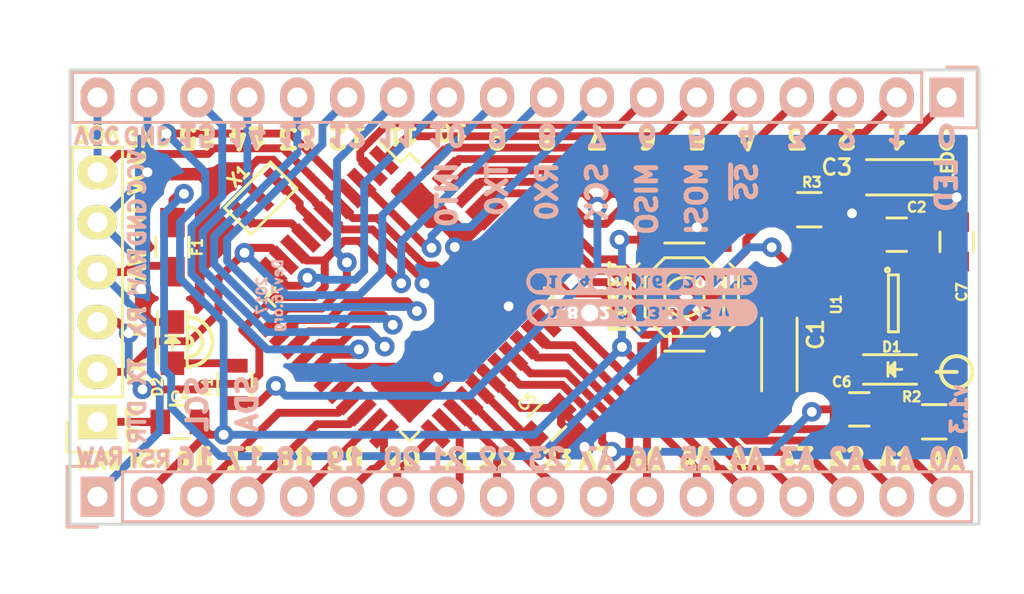
<source format=kicad_pcb>
(kicad_pcb (version 4) (host pcbnew 4.0.4-stable)
  (title_block (title Mightyduino) (date 2017-01-07) (rev 1.3) (company dev76.org))
  (layers (0 F.Cu signal) (31 B.Cu signal) (34 B.Paste user) (35 F.Paste user) (36 B.SilkS user) (37 F.SilkS user) (38 B.Mask user) (39 F.Mask user) (44 Edge.Cuts user))
  (net 0 "")
  (net 1 "Net-(C1-Pad1)")
  (net 2 GND)
  (net 3 VCC)
  (net 4 /RESET)
  (net 5 /DTR)
  (net 6 "Net-(C6-Pad1)")
  (net 7 "Net-(D1-Pad2)")
  (net 8 "Net-(D2-Pad2)")
  (net 9 /RAW)
  (net 10 /D5)
  (net 11 /D6)
  (net 12 /D7)
  (net 13 "Net-(IC1-Pad7)")
  (net 14 "Net-(IC1-Pad8)")
  (net 15 /D8)
  (net 16 /D9)
  (net 17 /D10)
  (net 18 /D11)
  (net 19 /D12)
  (net 20 /D13)
  (net 21 /D14)
  (net 22 /D15)
  (net 23 /D16)
  (net 24 /D17)
  (net 25 /D18)
  (net 26 /D19)
  (net 27 /D20)
  (net 28 /D21)
  (net 29 /D22)
  (net 30 /D23)
  (net 31 /A7)
  (net 32 /A6)
  (net 33 /A5)
  (net 34 /A4)
  (net 35 /A3)
  (net 36 /A2)
  (net 37 /A1)
  (net 38 /A0)
  (net 39 /D0)
  (net 40 /D1)
  (net 41 /D2)
  (net 42 /D3)
  (net 43 /D4)
  (net 44 "Net-(C7-Pad1)")
  (module Capacitors_SMD:C_0805 (layer F.Cu) (at 170.18 107.315 180)
    (fp_text reference C2 (at -1.016 1.397 180) (layer F.SilkS) (effects (font (size 0.5 0.5) (thickness 0.125))))
    (fp_text value 100n)
    (pad 1 smd rect (at -1 0 180) (size 1 1.25) (layers F.Cu F.Paste F.Mask) (net 3 VCC))
    (pad 2 smd rect (at 1 0 180) (size 1 1.25) (layers F.Cu F.Paste F.Mask) (net 2 GND))
  )
  (module Capacitors_SMD:C_0805 (layer F.Cu) (at 152.4 116.84 45)
    (fp_text reference C5 (at 0 -1.436841 45) (layer F.SilkS) (effects (font (size 0.5 0.5) (thickness 0.125))))
    (fp_text value 100n)
    (pad 1 smd rect (at -1 0 45) (size 1 1.25) (layers F.Cu F.Paste F.Mask) (net 3 VCC))
    (pad 2 smd rect (at 1 0 45) (size 1 1.25) (layers F.Cu F.Paste F.Mask) (net 2 GND))
  )
  (module Capacitors_SMD:C_0805 (layer F.Cu) (at 168.275 116.205)
    (fp_text reference C6 (at -0.889 -1.397) (layer F.SilkS) (effects (font (size 0.5 0.5) (thickness 0.125))))
    (fp_text value 100n)
    (pad 1 smd rect (at -1 0) (size 1 1.25) (layers F.Cu F.Paste F.Mask) (net 6 "Net-(C6-Pad1)"))
    (pad 2 smd rect (at 1 0) (size 1 1.25) (layers F.Cu F.Paste F.Mask) (net 2 GND))
  )
  (module LEDs:LED_0805 (layer F.Cu) (at 133.35 112.80902 270)
    (fp_text reference D2 (at 2.25298 0.762 270) (layer F.SilkS) (effects (font (size 0.5 0.5) (thickness 0.125))))
    (fp_text value blue)
    (pad 2 smd rect (at 1.04902 0 90) (size 1.19888 1.19888) (layers F.Cu F.Paste F.Mask) (net 8 "Net-(D2-Pad2)"))
    (pad 1 smd rect (at -1.04902 0 90) (size 1.19888 1.19888) (layers F.Cu F.Paste F.Mask) (net 2 GND))
  )
  (module Capacitors_SMD:C_0805_HandSoldering (layer F.Cu) (at 133.35 107.95 90)
    (fp_text reference F1 (at 0 1.27 90) (layer F.SilkS) (effects (font (size 0.5 0.5) (thickness 0.125))))
    (fp_text value 500mA hide)
    (pad 1 smd rect (at -1.25 0 90) (size 1.5 1.25) (layers F.Cu F.Paste F.Mask) (net 9 /RAW))
    (pad 2 smd rect (at 1.25 0 90) (size 1.5 1.25) (layers F.Cu F.Paste F.Mask) (net 1 "Net-(C1-Pad1)"))
  )
  (module Housings_QFP:LQFP-44_10x10mm_Pitch0.8mm (layer F.Cu) (at 145.415 110.49 315)
    (fp_text reference IC1 hide)
    (fp_text value ATMEGA644P-A hide)
    (pad 1 smd rect (at -5.85 -4 315) (size 1.6 0.56) (layers F.Cu F.Paste F.Mask) (net 10 /D5))
    (pad 2 smd rect (at -5.85 -3.2 315) (size 1.6 0.56) (layers F.Cu F.Paste F.Mask) (net 11 /D6))
    (pad 3 smd rect (at -5.85 -2.4 315) (size 1.6 0.56) (layers F.Cu F.Paste F.Mask) (net 12 /D7))
    (pad 4 smd rect (at -5.85 -1.6 315) (size 1.6 0.56) (layers F.Cu F.Paste F.Mask) (net 4 /RESET))
    (pad 5 smd rect (at -5.85 -0.8 315) (size 1.6 0.56) (layers F.Cu F.Paste F.Mask) (net 3 VCC))
    (pad 6 smd rect (at -5.85 0 315) (size 1.6 0.56) (layers F.Cu F.Paste F.Mask) (net 2 GND))
    (pad 7 smd rect (at -5.85 0.8 315) (size 1.6 0.56) (layers F.Cu F.Paste F.Mask) (net 13 "Net-(IC1-Pad7)"))
    (pad 8 smd rect (at -5.85 1.6 315) (size 1.6 0.56) (layers F.Cu F.Paste F.Mask) (net 14 "Net-(IC1-Pad8)"))
    (pad 9 smd rect (at -5.85 2.4 315) (size 1.6 0.56) (layers F.Cu F.Paste F.Mask) (net 15 /D8))
    (pad 10 smd rect (at -5.85 3.2 315) (size 1.6 0.56) (layers F.Cu F.Paste F.Mask) (net 16 /D9))
    (pad 11 smd rect (at -5.85 4 315) (size 1.6 0.56) (layers F.Cu F.Paste F.Mask) (net 17 /D10))
    (pad 12 smd rect (at -4 5.85 45) (size 1.6 0.56) (layers F.Cu F.Paste F.Mask) (net 18 /D11))
    (pad 13 smd rect (at -3.2 5.85 45) (size 1.6 0.56) (layers F.Cu F.Paste F.Mask) (net 19 /D12))
    (pad 14 smd rect (at -2.4 5.85 45) (size 1.6 0.56) (layers F.Cu F.Paste F.Mask) (net 20 /D13))
    (pad 15 smd rect (at -1.6 5.85 45) (size 1.6 0.56) (layers F.Cu F.Paste F.Mask) (net 21 /D14))
    (pad 16 smd rect (at -0.8 5.85 45) (size 1.6 0.56) (layers F.Cu F.Paste F.Mask) (net 22 /D15))
    (pad 17 smd rect (at 0 5.85 45) (size 1.6 0.56) (layers F.Cu F.Paste F.Mask) (net 3 VCC))
    (pad 18 smd rect (at 0.8 5.85 45) (size 1.6 0.56) (layers F.Cu F.Paste F.Mask) (net 2 GND))
    (pad 19 smd rect (at 1.6 5.85 45) (size 1.6 0.56) (layers F.Cu F.Paste F.Mask) (net 23 /D16))
    (pad 20 smd rect (at 2.4 5.85 45) (size 1.6 0.56) (layers F.Cu F.Paste F.Mask) (net 24 /D17))
    (pad 21 smd rect (at 3.2 5.85 45) (size 1.6 0.56) (layers F.Cu F.Paste F.Mask) (net 25 /D18))
    (pad 22 smd rect (at 4 5.85 45) (size 1.6 0.56) (layers F.Cu F.Paste F.Mask) (net 26 /D19))
    (pad 23 smd rect (at 5.85 4 315) (size 1.6 0.56) (layers F.Cu F.Paste F.Mask) (net 27 /D20))
    (pad 24 smd rect (at 5.85 3.2 315) (size 1.6 0.56) (layers F.Cu F.Paste F.Mask) (net 28 /D21))
    (pad 25 smd rect (at 5.85 2.4 315) (size 1.6 0.56) (layers F.Cu F.Paste F.Mask) (net 29 /D22))
    (pad 26 smd rect (at 5.85 1.6 315) (size 1.6 0.56) (layers F.Cu F.Paste F.Mask) (net 30 /D23))
    (pad 27 smd rect (at 5.85 0.8 315) (size 1.6 0.56) (layers F.Cu F.Paste F.Mask) (net 3 VCC))
    (pad 28 smd rect (at 5.85 0 315) (size 1.6 0.56) (layers F.Cu F.Paste F.Mask) (net 2 GND))
    (pad 29 smd rect (at 5.85 -0.8 315) (size 1.6 0.56) (layers F.Cu F.Paste F.Mask) (net 6 "Net-(C6-Pad1)"))
    (pad 30 smd rect (at 5.85 -1.6 315) (size 1.6 0.56) (layers F.Cu F.Paste F.Mask) (net 31 /A7))
    (pad 31 smd rect (at 5.85 -2.4 315) (size 1.6 0.56) (layers F.Cu F.Paste F.Mask) (net 32 /A6))
    (pad 32 smd rect (at 5.85 -3.2 315) (size 1.6 0.56) (layers F.Cu F.Paste F.Mask) (net 33 /A5))
    (pad 33 smd rect (at 5.85 -4 315) (size 1.6 0.56) (layers F.Cu F.Paste F.Mask) (net 34 /A4))
    (pad 34 smd rect (at 4 -5.85 45) (size 1.6 0.56) (layers F.Cu F.Paste F.Mask) (net 35 /A3))
    (pad 35 smd rect (at 3.2 -5.85 45) (size 1.6 0.56) (layers F.Cu F.Paste F.Mask) (net 36 /A2))
    (pad 36 smd rect (at 2.4 -5.85 45) (size 1.6 0.56) (layers F.Cu F.Paste F.Mask) (net 37 /A1))
    (pad 37 smd rect (at 1.6 -5.85 45) (size 1.6 0.56) (layers F.Cu F.Paste F.Mask) (net 38 /A0))
    (pad 38 smd rect (at 0.8 -5.85 45) (size 1.6 0.56) (layers F.Cu F.Paste F.Mask) (net 3 VCC))
    (pad 39 smd rect (at 0 -5.85 45) (size 1.6 0.56) (layers F.Cu F.Paste F.Mask) (net 2 GND))
    (pad 40 smd rect (at -0.8 -5.85 45) (size 1.6 0.56) (layers F.Cu F.Paste F.Mask) (net 39 /D0))
    (pad 41 smd rect (at -1.6 -5.85 45) (size 1.6 0.56) (layers F.Cu F.Paste F.Mask) (net 40 /D1))
    (pad 42 smd rect (at -2.4 -5.85 45) (size 1.6 0.56) (layers F.Cu F.Paste F.Mask) (net 41 /D2))
    (pad 43 smd rect (at -3.2 -5.85 45) (size 1.6 0.56) (layers F.Cu F.Paste F.Mask) (net 42 /D3))
    (pad 44 smd rect (at -4 -5.85 45) (size 1.6 0.56) (layers F.Cu F.Paste F.Mask) (net 43 /D4))
  )
  (module Pin_Headers:Pin_Header_Straight_1x18 (layer B.Cu) (at 172.72 100.33 90)
    (fp_text reference P1 hide)
    (fp_text value CONN_01X18)
    (pad 1 thru_hole rect (at 0 0 90) (size 2.032 1.7272) (drill 1.016) (layers *.Cu *.Mask B.SilkS) (net 39 /D0))
    (pad 2 thru_hole oval (at 0 -2.54 90) (size 2.032 1.7272) (drill 1.016) (layers *.Cu *.Mask B.SilkS) (net 40 /D1))
    (pad 3 thru_hole oval (at 0 -5.08 90) (size 2.032 1.7272) (drill 1.016) (layers *.Cu *.Mask B.SilkS) (net 41 /D2))
    (pad 4 thru_hole oval (at 0 -7.62 90) (size 2.032 1.7272) (drill 1.016) (layers *.Cu *.Mask B.SilkS) (net 42 /D3))
    (pad 5 thru_hole oval (at 0 -10.16 90) (size 2.032 1.7272) (drill 1.016) (layers *.Cu *.Mask B.SilkS) (net 43 /D4))
    (pad 6 thru_hole oval (at 0 -12.7 90) (size 2.032 1.7272) (drill 1.016) (layers *.Cu *.Mask B.SilkS) (net 10 /D5))
    (pad 7 thru_hole oval (at 0 -15.24 90) (size 2.032 1.7272) (drill 1.016) (layers *.Cu *.Mask B.SilkS) (net 11 /D6))
    (pad 8 thru_hole oval (at 0 -17.78 90) (size 2.032 1.7272) (drill 1.016) (layers *.Cu *.Mask B.SilkS) (net 12 /D7))
    (pad 9 thru_hole oval (at 0 -20.32 90) (size 2.032 1.7272) (drill 1.016) (layers *.Cu *.Mask B.SilkS) (net 15 /D8))
    (pad 10 thru_hole oval (at 0 -22.86 90) (size 2.032 1.7272) (drill 1.016) (layers *.Cu *.Mask B.SilkS) (net 16 /D9))
    (pad 11 thru_hole oval (at 0 -25.4 90) (size 2.032 1.7272) (drill 1.016) (layers *.Cu *.Mask B.SilkS) (net 17 /D10))
    (pad 12 thru_hole oval (at 0 -27.94 90) (size 2.032 1.7272) (drill 1.016) (layers *.Cu *.Mask B.SilkS) (net 18 /D11))
    (pad 13 thru_hole oval (at 0 -30.48 90) (size 2.032 1.7272) (drill 1.016) (layers *.Cu *.Mask B.SilkS) (net 19 /D12))
    (pad 14 thru_hole oval (at 0 -33.02 90) (size 2.032 1.7272) (drill 1.016) (layers *.Cu *.Mask B.SilkS) (net 20 /D13))
    (pad 15 thru_hole oval (at 0 -35.56 90) (size 2.032 1.7272) (drill 1.016) (layers *.Cu *.Mask B.SilkS) (net 21 /D14))
    (pad 16 thru_hole oval (at 0 -38.1 90) (size 2.032 1.7272) (drill 1.016) (layers *.Cu *.Mask B.SilkS) (net 22 /D15))
    (pad 17 thru_hole oval (at 0 -40.64 90) (size 2.032 1.7272) (drill 1.016) (layers *.Cu *.Mask B.SilkS) (net 2 GND))
    (pad 18 thru_hole oval (at 0 -43.18 90) (size 2.032 1.7272) (drill 1.016) (layers *.Cu *.Mask B.SilkS) (net 3 VCC))
  )
  (module Pin_Headers:Pin_Header_Straight_1x06 (layer F.Cu) (at 129.54 116.84 180)
    (fp_text reference P2 hide)
    (fp_text value CONN_01X06)
    (pad 1 thru_hole rect (at 0 0 180) (size 2.032 1.7272) (drill 1.016) (layers *.Cu *.Mask F.SilkS) (net 5 /DTR))
    (pad 2 thru_hole oval (at 0 2.54 180) (size 2.032 1.7272) (drill 1.016) (layers *.Cu *.Mask F.SilkS) (net 16 /D9))
    (pad 3 thru_hole oval (at 0 5.08 180) (size 2.032 1.7272) (drill 1.016) (layers *.Cu *.Mask F.SilkS) (net 15 /D8))
    (pad 4 thru_hole oval (at 0 7.62 180) (size 2.032 1.7272) (drill 1.016) (layers *.Cu *.Mask F.SilkS) (net 9 /RAW))
    (pad 5 thru_hole oval (at 0 10.16 180) (size 2.032 1.7272) (drill 1.016) (layers *.Cu *.Mask F.SilkS) (net 2 GND))
    (pad 6 thru_hole oval (at 0 12.7 180) (size 2.032 1.7272) (drill 1.016) (layers *.Cu *.Mask F.SilkS) (net 3 VCC))
  )
  (module Pin_Headers:Pin_Header_Straight_1x18 (layer B.Cu) (at 129.54 120.65 270)
    (fp_text reference P3 hide)
    (fp_text value CONN_01X18)
    (pad 1 thru_hole rect (at 0 0 270) (size 2.032 1.7272) (drill 1.016) (layers *.Cu *.Mask B.SilkS) (net 9 /RAW))
    (pad 2 thru_hole oval (at 0 -2.54 270) (size 2.032 1.7272) (drill 1.016) (layers *.Cu *.Mask B.SilkS) (net 4 /RESET))
    (pad 3 thru_hole oval (at 0 -5.08 270) (size 2.032 1.7272) (drill 1.016) (layers *.Cu *.Mask B.SilkS) (net 23 /D16))
    (pad 4 thru_hole oval (at 0 -7.62 270) (size 2.032 1.7272) (drill 1.016) (layers *.Cu *.Mask B.SilkS) (net 24 /D17))
    (pad 5 thru_hole oval (at 0 -10.16 270) (size 2.032 1.7272) (drill 1.016) (layers *.Cu *.Mask B.SilkS) (net 25 /D18))
    (pad 6 thru_hole oval (at 0 -12.7 270) (size 2.032 1.7272) (drill 1.016) (layers *.Cu *.Mask B.SilkS) (net 26 /D19))
    (pad 7 thru_hole oval (at 0 -15.24 270) (size 2.032 1.7272) (drill 1.016) (layers *.Cu *.Mask B.SilkS) (net 27 /D20))
    (pad 8 thru_hole oval (at 0 -17.78 270) (size 2.032 1.7272) (drill 1.016) (layers *.Cu *.Mask B.SilkS) (net 28 /D21))
    (pad 9 thru_hole oval (at 0 -20.32 270) (size 2.032 1.7272) (drill 1.016) (layers *.Cu *.Mask B.SilkS) (net 29 /D22))
    (pad 10 thru_hole oval (at 0 -22.86 270) (size 2.032 1.7272) (drill 1.016) (layers *.Cu *.Mask B.SilkS) (net 30 /D23))
    (pad 11 thru_hole oval (at 0 -25.4 270) (size 2.032 1.7272) (drill 1.016) (layers *.Cu *.Mask B.SilkS) (net 31 /A7))
    (pad 12 thru_hole oval (at 0 -27.94 270) (size 2.032 1.7272) (drill 1.016) (layers *.Cu *.Mask B.SilkS) (net 32 /A6))
    (pad 13 thru_hole oval (at 0 -30.48 270) (size 2.032 1.7272) (drill 1.016) (layers *.Cu *.Mask B.SilkS) (net 33 /A5))
    (pad 14 thru_hole oval (at 0 -33.02 270) (size 2.032 1.7272) (drill 1.016) (layers *.Cu *.Mask B.SilkS) (net 34 /A4))
    (pad 15 thru_hole oval (at 0 -35.56 270) (size 2.032 1.7272) (drill 1.016) (layers *.Cu *.Mask B.SilkS) (net 35 /A3))
    (pad 16 thru_hole oval (at 0 -38.1 270) (size 2.032 1.7272) (drill 1.016) (layers *.Cu *.Mask B.SilkS) (net 36 /A2))
    (pad 17 thru_hole oval (at 0 -40.64 270) (size 2.032 1.7272) (drill 1.016) (layers *.Cu *.Mask B.SilkS) (net 37 /A1))
    (pad 18 thru_hole oval (at 0 -43.18 270) (size 2.032 1.7272) (drill 1.016) (layers *.Cu *.Mask B.SilkS) (net 38 /A0))
  )
  (module Resistors_SMD:R_0805 (layer F.Cu) (at 136.525 114.935 270)
    (fp_text reference R1 (at 0.127 1.397 270) (layer F.SilkS) (effects (font (size 0.5 0.5) (thickness 0.125))))
    (fp_text value 330)
    (pad 1 smd rect (at -0.95 0 270) (size 0.7 1.3) (layers F.Cu F.Paste F.Mask) (net 8 "Net-(D2-Pad2)"))
    (pad 2 smd rect (at 0.95 0 270) (size 0.7 1.3) (layers F.Cu F.Paste F.Mask) (net 39 /D0))
  )
  (module Resistors_SMD:R_0805 (layer F.Cu) (at 172.085 116.84)
    (fp_text reference R2 (at -1.143 -1.27) (layer F.SilkS) (effects (font (size 0.5 0.5) (thickness 0.125))))
    (fp_text value 330)
    (pad 1 smd rect (at -0.95 0) (size 0.7 1.3) (layers F.Cu F.Paste F.Mask) (net 7 "Net-(D1-Pad2)"))
    (pad 2 smd rect (at 0.95 0) (size 0.7 1.3) (layers F.Cu F.Paste F.Mask) (net 3 VCC))
  )
  (module Resistors_SMD:R_0805 (layer F.Cu) (at 165.735 106.045 180)
    (fp_text reference R3 (at -0.127 1.397 180) (layer F.SilkS) (effects (font (size 0.5 0.5) (thickness 0.125))))
    (fp_text value 10k)
    (pad 1 smd rect (at -0.95 0 180) (size 0.7 1.3) (layers F.Cu F.Paste F.Mask) (net 3 VCC))
    (pad 2 smd rect (at 0.95 0 180) (size 0.7 1.3) (layers F.Cu F.Paste F.Mask) (net 4 /RESET))
  )
  (module Buttons_Switches_SMD:SW_SPST_TL3342 (layer F.Cu) (at 159.385 110.49 270)
    (fp_text reference SW1 hide)
    (fp_text value RESET)
    (pad 1 smd rect (at -3.15 -1.9 270) (size 1.7 1) (layers F.Cu F.Paste F.Mask) (net 2 GND))
    (pad 1 smd rect (at 3.15 -1.9 270) (size 1.7 1) (layers F.Cu F.Paste F.Mask) (net 2 GND))
    (pad 2 smd rect (at -3.15 1.9 270) (size 1.7 1) (layers F.Cu F.Paste F.Mask) (net 4 /RESET))
    (pad 2 smd rect (at 3.15 1.9 270) (size 1.7 1) (layers F.Cu F.Paste F.Mask) (net 4 /RESET))
  )
  (module parts:CSTCEv2 (layer F.Cu) (at 137.795 105.41 225)
    (fp_text reference X1 (at 0 1.524 225) (layer F.SilkS) (effects (font (size 0.6 0.6))))
    (fp_text value "CSTCE 16MHZ" hide)
    (pad 3 smd rect (at 0 -0.0365 225) (size 0.5 1.5) (layers F.Cu F.Paste F.Mask) (net 2 GND))
    (pad 2 smd rect (at 1.2 -0.0365 225) (size 0.5 1.5) (layers F.Cu F.Paste F.Mask) (net 14 "Net-(IC1-Pad8)"))
    (pad 1 smd rect (at -1.2 -0.0365 225) (size 0.5 1.5) (layers F.Cu F.Paste F.Mask) (net 13 "Net-(IC1-Pad7)"))
  )
  (module Capacitors_SMD:C_0805 (layer F.Cu) (at 173.228 107.68 90)
    (fp_text reference C7 (at -2.556 0.254 90) (layer F.SilkS) (effects (font (size 0.5 0.5) (thickness 0.125))))
    (fp_text value 470p)
    (pad 1 smd rect (at -1 0 90) (size 1 1.25) (layers F.Cu F.Paste F.Mask) (net 44 "Net-(C7-Pad1)"))
    (pad 2 smd rect (at 1 0 90) (size 1 1.25) (layers F.Cu F.Paste F.Mask) (net 2 GND))
  )
  (module TO_SOT_Packages_SMD:SOT-23-5 (layer F.Cu) (at 170.01 110.81)
    (fp_text reference U1 (at -2.9034 0.061 90) (layer F.SilkS) (effects (font (size 0.5 0.5) (thickness 0.125))))
    (fp_text value MIC5219-3.3YM5 hide)
    (pad 1 smd rect (at -1.1 -0.95) (size 1.06 0.65) (layers F.Cu F.Paste F.Mask) (net 1 "Net-(C1-Pad1)"))
    (pad 2 smd rect (at -1.1 0) (size 1.06 0.65) (layers F.Cu F.Paste F.Mask) (net 2 GND))
    (pad 3 smd rect (at -1.1 0.95) (size 1.06 0.65) (layers F.Cu F.Paste F.Mask) (net 1 "Net-(C1-Pad1)"))
    (pad 4 smd rect (at 1.1 0.95) (size 1.06 0.65) (layers F.Cu F.Paste F.Mask) (net 44 "Net-(C7-Pad1)"))
    (pad 5 smd rect (at 1.1 -0.95) (size 1.06 0.65) (layers F.Cu F.Paste F.Mask) (net 3 VCC))
  )
  (module Capacitors_SMD:C_0805 (layer F.Cu) (at 133.731 116.84 180)
    (fp_text reference C4 (at 0 1.27 180) (layer F.SilkS) (effects (font (size 0.5 0.5) (thickness 0.125))))
    (fp_text value 100n)
    (pad 1 smd rect (at -1 0 180) (size 1 1.25) (layers F.Cu F.Paste F.Mask) (net 4 /RESET))
    (pad 2 smd rect (at 1 0 180) (size 1 1.25) (layers F.Cu F.Paste F.Mask) (net 5 /DTR))
  )
  (module LEDs:LED_0805 (layer F.Cu) (at 170.08602 114.173)
    (fp_text reference D1 (at -0.16002 -1.143) (layer F.SilkS) (effects (font (size 0.5 0.5) (thickness 0.125))))
    (fp_text value red)
    (pad 2 smd rect (at 1.04902 0 180) (size 1.19888 1.19888) (layers F.Cu F.Paste F.Mask) (net 7 "Net-(D1-Pad2)"))
    (pad 1 smd rect (at -1.04902 0 180) (size 1.19888 1.19888) (layers F.Cu F.Paste F.Mask) (net 2 GND))
  )
  (module parts:logo_small_solder_mask (layer B.Cu) (at 168.91 110.49 270)
    (fp_text reference G*** hide)
    (fp_text value LOGO hide)
  )
  (module parts:dev76logo (layer B.Cu) (at 161.29 115.57 180)
    (fp_text reference G*** hide)
    (fp_text value LOGO hide)
  )
  (module parts:logo_oshw (layer B.Cu) (at 163.576 113.792 180)
    (fp_text reference G*** hide)
    (fp_text value LOGO hide)
  )
  (module parts:specs (layer B.Cu) (at 157.226 110.49)
    (fp_text reference G*** hide)
    (fp_text value LOGO hide)
  )
  (module Capacitors_Tantalum_SMD:TantalC_SizeA_EIA-3216_Reflow (layer F.Cu) (at 164.211 113.665 270)
    (fp_text reference C1 (at -1.27 -1.8415 270) (layer F.SilkS) (effects (font (size 0.8 0.8))))
    (fp_text value 10u)
    (pad 2 smd rect (at 1.31 0 270) (size 1.8 1.23) (layers F.Cu F.Paste F.Mask) (net 2 GND))
    (pad 1 smd rect (at -1.31 0 270) (size 1.8 1.23) (layers F.Cu F.Paste F.Mask) (net 1 "Net-(C1-Pad1)"))
  )
  (module Capacitors_Tantalum_SMD:TantalC_SizeA_EIA-3216_Reflow (layer F.Cu) (at 170.2435 104.394 180)
    (fp_text reference C3 (at 3.1115 0.508 180) (layer F.SilkS) (effects (font (size 0.8 0.8))))
    (fp_text value 10u)
    (pad 2 smd rect (at 1.31 0 180) (size 1.8 1.23) (layers F.Cu F.Paste F.Mask) (net 2 GND))
    (pad 1 smd rect (at -1.31 0 180) (size 1.8 1.23) (layers F.Cu F.Paste F.Mask) (net 3 VCC))
  )
  (gr_line (start 172.212 114.3) (end 173.228 114.3) (layer F.SilkS) (width 0.2))
  (gr_circle (center 173.228 114.3) (end 173.482 113.538) (layer F.SilkS) (width 0.2))
  (gr_arc (start 134.112 112.776) (end 134.112 111.506) (angle 180) (layer F.SilkS) (width 0.2))
  (gr_arc (start 134.112 112.776) (end 134.112 112.014) (angle 180) (layer F.SilkS) (width 0.2))
  (gr_arc (start 134.112 112.776) (end 134.112 112.522) (angle 161.5650512) (layer F.SilkS) (width 0.2))
  (gr_text v1.3 (at 173.355 116.205 90) (layer B.SilkS) (effects (font (size 0.8 0.8) (thickness 0.2)) (justify mirror)))
  (gr_text "2017\nDev76.org" (at 138.303 110.4138 90) (layer B.SilkS) (effects (font (size 0.5 0.5) (thickness 0.125)) (justify mirror)))
  (gr_line (start 128.143 98.933) (end 128.143 98.933) (layer Edge.Cuts) (width 0.15))
  (gr_line (start 128.143 122.047) (end 128.143 98.933) (layer Edge.Cuts) (width 0.15))
  (gr_line (start 174.371 122.047) (end 128.143 122.047) (layer Edge.Cuts) (width 0.15))
  (gr_line (start 174.371 98.933) (end 174.371 122.047) (layer Edge.Cuts) (width 0.15))
  (gr_line (start 128.143 98.933) (end 174.371 98.933) (layer Edge.Cuts) (width 0.15))
  (gr_text ~SS (at 162.56 103.505 90) (layer B.SilkS) (effects (font (size 1 1) (thickness 0.25)) (justify left mirror)))
  (gr_text INT0 (at 147.32 103.505 90) (layer B.SilkS) (effects (font (size 1 1) (thickness 0.25)) (justify left mirror)))
  (gr_text TX0 (at 149.86 103.505 90) (layer B.SilkS) (effects (font (size 1 1) (thickness 0.25)) (justify left mirror)))
  (gr_text RX0 (at 152.4 103.505 90) (layer B.SilkS) (effects (font (size 1 1) (thickness 0.25)) (justify left mirror)))
  (gr_text SDA (at 137.16 117.475 90) (layer B.SilkS) (effects (font (size 1 1) (thickness 0.25)) (justify right mirror)))
  (gr_text SCL (at 134.62 117.475 90) (layer B.SilkS) (effects (font (size 1 1) (thickness 0.25)) (justify right mirror)))
  (gr_text SCK (at 154.94 103.505 90) (layer B.SilkS) (effects (font (size 1 1) (thickness 0.25)) (justify left mirror)))
  (gr_text MISO (at 157.48 103.505 90) (layer B.SilkS) (effects (font (size 1 1) (thickness 0.25)) (justify left mirror)))
  (gr_text MOSI (at 160.02 103.505 90) (layer B.SilkS) (effects (font (size 1 1) (thickness 0.25)) (justify left mirror)))
  (gr_text LED (at 172.7708 103.886 90) (layer F.SilkS) (effects (font (size 0.6 0.6))))
  (gr_text LED (at 172.72 104.775 90) (layer B.SilkS) (effects (font (size 1 1) (thickness 0.25)) (justify mirror)))
  (gr_text 21 (at 147.32 118.745) (layer B.SilkS) (effects (font (size 1 1) (thickness 0.25)) (justify mirror)))
  (gr_text 23 (at 152.4 118.745) (layer B.SilkS) (effects (font (size 1 1) (thickness 0.25)) (justify mirror)))
  (gr_text 10 (at 147.32 102.235 180) (layer B.SilkS) (effects (font (size 1 1) (thickness 0.25)) (justify mirror)))
  (gr_text 11 (at 144.78 102.235 180) (layer B.SilkS) (effects (font (size 1 1) (thickness 0.25)) (justify mirror)))
  (gr_text GND (at 132.08 102.235 180) (layer B.SilkS) (effects (font (size 0.8 0.8) (thickness 0.2)) (justify mirror)))
  (gr_text VCC (at 129.5146 102.235 180) (layer B.SilkS) (effects (font (size 0.8 0.8) (thickness 0.2)) (justify mirror)))
  (gr_text 15 (at 134.62 102.235 180) (layer B.SilkS) (effects (font (size 1 1) (thickness 0.25)) (justify mirror)))
  (gr_text 2 (at 167.64 102.235 180) (layer B.SilkS) (effects (font (size 1 1) (thickness 0.25)) (justify mirror)))
  (gr_text 3 (at 165.1 102.235 180) (layer B.SilkS) (effects (font (size 1 1) (thickness 0.25)) (justify mirror)))
  (gr_text 1 (at 170.18 102.235 180) (layer B.SilkS) (effects (font (size 1 1) (thickness 0.25)) (justify mirror)))
  (gr_text 0 (at 172.72 102.235 180) (layer B.SilkS) (effects (font (size 1 1) (thickness 0.25)) (justify mirror)))
  (gr_text 13 (at 139.7 102.235 180) (layer B.SilkS) (effects (font (size 1 1) (thickness 0.25)) (justify mirror)))
  (gr_text 14 (at 137.16 102.235 180) (layer B.SilkS) (effects (font (size 1 1) (thickness 0.25)) (justify mirror)))
  (gr_text 12 (at 142.24 102.235 180) (layer B.SilkS) (effects (font (size 1 1) (thickness 0.25)) (justify mirror)))
  (gr_text 9 (at 149.86 102.235 180) (layer B.SilkS) (effects (font (size 1 1) (thickness 0.25)) (justify mirror)))
  (gr_text 4 (at 162.56 102.235 180) (layer B.SilkS) (effects (font (size 1 1) (thickness 0.25)) (justify mirror)))
  (gr_text 5 (at 160.02 102.235 180) (layer B.SilkS) (effects (font (size 1 1) (thickness 0.25)) (justify mirror)))
  (gr_text 8 (at 152.4 102.235 180) (layer B.SilkS) (effects (font (size 1 1) (thickness 0.25)) (justify mirror)))
  (gr_text 6 (at 157.48 102.235 180) (layer B.SilkS) (effects (font (size 1 1) (thickness 0.25)) (justify mirror)))
  (gr_text 7 (at 154.94 102.235 180) (layer B.SilkS) (effects (font (size 1 1) (thickness 0.25)) (justify mirror)))
  (gr_text RAW (at 129.667 118.618) (layer B.SilkS) (effects (font (size 0.8 0.8) (thickness 0.2)) (justify mirror)))
  (gr_text RST (at 132.207 118.745) (layer B.SilkS) (effects (font (size 0.8 0.8) (thickness 0.2)) (justify mirror)))
  (gr_text A1 (at 170.18 118.745) (layer B.SilkS) (effects (font (size 1 1) (thickness 0.25)) (justify mirror)))
  (gr_text A0 (at 172.72 118.745) (layer B.SilkS) (effects (font (size 1 1) (thickness 0.25)) (justify mirror)))
  (gr_text A3 (at 165.1 118.745) (layer B.SilkS) (effects (font (size 1 1) (thickness 0.25)) (justify mirror)))
  (gr_text A2 (at 167.64 118.745) (layer B.SilkS) (effects (font (size 1 1) (thickness 0.25)) (justify mirror)))
  (gr_text 17 (at 137.033 118.745) (layer B.SilkS) (effects (font (size 1 1) (thickness 0.25)) (justify mirror)))
  (gr_text 18 (at 139.573 118.745) (layer B.SilkS) (effects (font (size 1 1) (thickness 0.25)) (justify mirror)))
  (gr_text 16 (at 134.493 118.745) (layer B.SilkS) (effects (font (size 1 1) (thickness 0.25)) (justify mirror)))
  (gr_text 19 (at 142.113 118.745) (layer B.SilkS) (effects (font (size 1 1) (thickness 0.25)) (justify mirror)))
  (gr_text 22 (at 149.86 118.745) (layer B.SilkS) (effects (font (size 1 1) (thickness 0.25)) (justify mirror)))
  (gr_text 20 (at 145.034 118.745) (layer B.SilkS) (effects (font (size 1 1) (thickness 0.25)) (justify mirror)))
  (gr_text A5 (at 160.02 118.745) (layer B.SilkS) (effects (font (size 1 1) (thickness 0.25)) (justify mirror)))
  (gr_text A4 (at 162.56 118.745) (layer B.SilkS) (effects (font (size 1 1) (thickness 0.25)) (justify mirror)))
  (gr_text A7 (at 154.94 118.745) (layer B.SilkS) (effects (font (size 1 1) (thickness 0.25)) (justify mirror)))
  (gr_text A6 (at 157.48 118.745) (layer B.SilkS) (effects (font (size 1 1) (thickness 0.25)) (justify mirror)))
  (gr_text RESET (at 156.0068 110.49 90) (layer F.SilkS) (effects (font (size 0.8 0.8) (thickness 0.2))))
  (gr_text RAW (at 131.561123 109.223181 90) (layer F.SilkS) (effects (font (size 0.8 0.8) (thickness 0.2))))
  (gr_text GND (at 131.561123 106.683181 90) (layer F.SilkS) (effects (font (size 0.8 0.8) (thickness 0.2))))
  (gr_text TX (at 131.561123 114.303181 90) (layer F.SilkS) (effects (font (size 0.8 0.8) (thickness 0.2))))
  (gr_text RX (at 131.561123 111.763181 90) (layer F.SilkS) (effects (font (size 0.8 0.8) (thickness 0.2))))
  (gr_text DTR (at 131.318 116.84 90) (layer F.SilkS) (effects (font (size 0.6 0.6))))
  (gr_text VCC (at 131.561123 104.143181 90) (layer F.SilkS) (effects (font (size 0.8 0.8) (thickness 0.2))))
  (gr_text DTR (at 131.572 116.84 90) (layer B.SilkS) (effects (font (size 0.8 0.8) (thickness 0.2)) (justify mirror)))
  (gr_text TX (at 131.572 114.3 90) (layer B.SilkS) (effects (font (size 0.8 0.8) (thickness 0.2)) (justify mirror)))
  (gr_text RX (at 131.572 111.76 90) (layer B.SilkS) (effects (font (size 0.8 0.8) (thickness 0.2)) (justify mirror)))
  (gr_text RAW (at 131.572 109.22 90) (layer B.SilkS) (effects (font (size 0.8 0.8) (thickness 0.2)) (justify mirror)))
  (gr_text GND (at 131.572 106.68 90) (layer B.SilkS) (effects (font (size 0.8 0.8) (thickness 0.2)) (justify mirror)))
  (gr_text VCC (at 131.572 104.14 90) (layer B.SilkS) (effects (font (size 0.8 0.8) (thickness 0.2)) (justify mirror)))
  (gr_text VCC (at 129.5146 102.1588 180) (layer F.SilkS) (effects (font (size 0.8 0.8) (thickness 0.2))))
  (gr_text GND (at 132.08 102.362 180) (layer F.SilkS) (effects (font (size 0.8 0.8) (thickness 0.2))))
  (gr_text 0 (at 172.72 102.362 180) (layer F.SilkS) (effects (font (size 1 1) (thickness 0.25))))
  (gr_text 1 (at 170.18 102.362 180) (layer F.SilkS) (effects (font (size 1 1) (thickness 0.25))))
  (gr_text 5 (at 160.02 102.362 180) (layer F.SilkS) (effects (font (size 1 1) (thickness 0.25))))
  (gr_text 4 (at 162.56 102.362 180) (layer F.SilkS) (effects (font (size 1 1) (thickness 0.25))))
  (gr_text 3 (at 165.1 102.362 180) (layer F.SilkS) (effects (font (size 1 1) (thickness 0.25))))
  (gr_text 2 (at 167.64 102.362 180) (layer F.SilkS) (effects (font (size 1 1) (thickness 0.25))))
  (gr_text 6 (at 157.48 102.362 180) (layer F.SilkS) (effects (font (size 1 1) (thickness 0.25))))
  (gr_text 7 (at 154.94 102.362 180) (layer F.SilkS) (effects (font (size 1 1) (thickness 0.25))))
  (gr_text 11 (at 145.0594 102.2985 180) (layer F.SilkS) (effects (font (size 0.8 0.8) (thickness 0.2))))
  (gr_text 9 (at 149.86 102.362 180) (layer F.SilkS) (effects (font (size 1 1) (thickness 0.25))))
  (gr_text 10 (at 147.574 102.108 180) (layer F.SilkS) (effects (font (size 0.8 0.8) (thickness 0.2))))
  (gr_text 8 (at 152.4 102.362 180) (layer F.SilkS) (effects (font (size 1 1) (thickness 0.25))))
  (gr_text 13 (at 139.7 102.362 180) (layer F.SilkS) (effects (font (size 1 1) (thickness 0.25))))
  (gr_text 12 (at 142.24 102.362 180) (layer F.SilkS) (effects (font (size 1 1) (thickness 0.25))))
  (gr_text 14 (at 137.16 102.362 180) (layer F.SilkS) (effects (font (size 1 1) (thickness 0.25))))
  (gr_text 15 (at 134.62 102.362 180) (layer F.SilkS) (effects (font (size 1 1) (thickness 0.25))))
  (gr_text RAW (at 129.667 118.872) (layer F.SilkS) (effects (font (size 0.8 0.8) (thickness 0.2))))
  (gr_text RST (at 132.207 118.745) (layer F.SilkS) (effects (font (size 0.8 0.8) (thickness 0.2))))
  (gr_text 17 (at 137.033 118.745) (layer F.SilkS) (effects (font (size 1 1) (thickness 0.25))))
  (gr_text 19 (at 142.113 118.745) (layer F.SilkS) (effects (font (size 1 1) (thickness 0.25))))
  (gr_text 16 (at 134.493 118.745) (layer F.SilkS) (effects (font (size 1 1) (thickness 0.25))))
  (gr_text 18 (at 139.573 118.745) (layer F.SilkS) (effects (font (size 1 1) (thickness 0.25))))
  (gr_text 21 (at 147.828 118.872) (layer F.SilkS) (effects (font (size 0.8 0.8) (thickness 0.2))))
  (gr_text 23 (at 152.908 118.745) (layer F.SilkS) (effects (font (size 0.8 0.8) (thickness 0.2))))
  (gr_text 20 (at 145.034 118.745) (layer F.SilkS) (effects (font (size 1 1) (thickness 0.25))))
  (gr_text 22 (at 149.86 118.745) (layer F.SilkS) (effects (font (size 1 1) (thickness 0.25))))
  (gr_text A6 (at 157.48 118.745) (layer F.SilkS) (effects (font (size 1 1) (thickness 0.25))))
  (gr_text A4 (at 162.56 118.745) (layer F.SilkS) (effects (font (size 1 1) (thickness 0.25))))
  (gr_text A7 (at 154.94 118.745) (layer F.SilkS) (effects (font (size 1 1) (thickness 0.25))))
  (gr_text A5 (at 160.02 118.745) (layer F.SilkS) (effects (font (size 1 1) (thickness 0.25))))
  (gr_text A3 (at 165.1 118.745) (layer F.SilkS) (effects (font (size 1 1) (thickness 0.25))))
  (gr_text A2 (at 167.64 118.745) (layer F.SilkS) (effects (font (size 1 1) (thickness 0.25))))
  (gr_text A1 (at 170.18 118.745) (layer F.SilkS) (effects (font (size 1 1) (thickness 0.25))))
  (gr_text A0 (at 172.72 118.745) (layer F.SilkS) (effects (font (size 1 1) (thickness 0.25))))
  (segment (start 132.92499 106.24378) (end 133.435386 105.733384) (width 0.4) (layer B.Cu) (net 1))
  (segment (start 162.660952 107.956465) (end 152.030046 118.587371) (width 0.4) (layer B.Cu) (net 1))
  (segment (start 133.286013 114.52635) (end 132.92499 114.165328) (width 0.4) (layer B.Cu) (net 1))
  (segment (start 135.767734 118.587371) (end 133.286013 116.10565) (width 0.4) (layer B.Cu) (net 1))
  (segment (start 133.286013 116.10565) (end 133.286013 114.52635) (width 0.4) (layer B.Cu) (net 1))
  (segment (start 132.92499 114.165328) (end 132.92499 106.24378) (width 0.4) (layer B.Cu) (net 1))
  (segment (start 133.435386 105.733384) (end 133.935385 105.233385) (width 0.4) (layer B.Cu) (net 1))
  (segment (start 163.822829 107.956465) (end 162.660952 107.956465) (width 0.4) (layer B.Cu) (net 1))
  (segment (start 152.030046 118.587371) (end 135.767734 118.587371) (width 0.4) (layer B.Cu) (net 1))
  (segment (start 164.220769 112.429587) (end 164.220769 111.349231) (width 0.4) (layer F.Cu) (net 1))
  (segment (start 164.220769 111.349231) (end 165.71 109.86) (width 0.4) (layer F.Cu) (net 1))
  (segment (start 168.91 109.86) (end 167.64 109.86) (width 0.4) (layer F.Cu) (net 1))
  (segment (start 167.64 109.86) (end 165.71 109.86) (width 0.4) (layer F.Cu) (net 1))
  (segment (start 168.91 111.76) (end 167.98 111.76) (width 0.4) (layer F.Cu) (net 1))
  (segment (start 167.98 111.76) (end 167.64 111.42) (width 0.4) (layer F.Cu) (net 1))
  (segment (start 167.64 111.42) (end 167.64 109.86) (width 0.4) (layer F.Cu) (net 1))
  (segment (start 165.71 109.86) (end 165.71 109.843636) (width 0.4) (layer F.Cu) (net 1))
  (segment (start 165.71 109.843636) (end 163.822829 107.956465) (width 0.4) (layer F.Cu) (net 1))
  (segment (start 133.35 106.7) (end 133.35 105.55) (width 0.4) (layer F.Cu) (net 1))
  (segment (start 133.666615 105.233385) (end 133.935385 105.233385) (width 0.4) (layer F.Cu) (net 1))
  (segment (start 133.35 105.55) (end 133.666615 105.233385) (width 0.4) (layer F.Cu) (net 1))
  (via (at 133.935385 105.233385) (size 1) (drill 0.5) (layers F.Cu B.Cu) (net 1))
  (segment (start 163.836364 107.97) (end 163.822829 107.956465) (width 0.4) (layer F.Cu) (net 1))
  (via (at 163.822829 107.956465) (size 1) (drill 0.5) (layers F.Cu B.Cu) (net 1))
  (segment (start 143.5242 107.050217) (end 146.165037 109.691054) (width 0.4) (layer F.Cu) (net 2))
  (segment (start 141.278425 106.353425) (end 141.975217 107.050217) (width 0.4) (layer F.Cu) (net 2))
  (segment (start 141.975217 107.050217) (end 143.5242 107.050217) (width 0.4) (layer F.Cu) (net 2))
  (segment (start 146.165037 109.691054) (end 146.165037 109.790027) (width 0.4) (layer F.Cu) (net 2))
  (segment (start 146.101654 114.614261) (end 146.153873 114.562042) (width 0.4) (layer F.Cu) (net 2))
  (segment (start 142.42211 114.614261) (end 146.101654 114.614261) (width 0.4) (layer F.Cu) (net 2))
  (segment (start 146.153873 114.562042) (end 146.860979 114.562042) (width 0.4) (layer F.Cu) (net 2))
  (segment (start 141.844111 115.19226) (end 142.42211 114.614261) (width 0.4) (layer F.Cu) (net 2))
  (segment (start 131.758821 108.746421) (end 131.758821 109.362849) (width 0.4) (layer B.Cu) (net 2))
  (segment (start 131.758821 109.362849) (end 131.758821 110.069955) (width 0.4) (layer B.Cu) (net 2))
  (segment (start 133.35 111.76) (end 132.35056 111.76) (width 0.4) (layer F.Cu) (net 2))
  (segment (start 131.758821 110.777061) (end 131.758821 110.069955) (width 0.4) (layer F.Cu) (net 2))
  (segment (start 131.758821 111.168261) (end 131.758821 110.777061) (width 0.4) (layer F.Cu) (net 2))
  (segment (start 132.35056 111.76) (end 131.758821 111.168261) (width 0.4) (layer F.Cu) (net 2))
  (segment (start 129.6924 106.68) (end 131.758821 108.746421) (width 0.4) (layer B.Cu) (net 2))
  (via (at 131.758821 110.069955) (size 1) (drill 0.5) (layers F.Cu B.Cu) (net 2))
  (segment (start 129.6924 106.68) (end 129.54 106.68) (width 0.4) (layer B.Cu) (net 2))
  (segment (start 133.35 111.677191) (end 133.081672 111.408863) (width 0.4) (layer F.Cu) (net 2))
  (segment (start 133.35 111.76) (end 133.35 111.677191) (width 0.4) (layer F.Cu) (net 2))
  (segment (start 164.316349 114.962459) (end 164.38389 115.03) (width 0.4) (layer F.Cu) (net 2))
  (segment (start 164.38389 115.03) (end 165.1 115.03) (width 0.4) (layer F.Cu) (net 2))
  (segment (start 168.9335 104.394) (end 168.9335 107.0685) (width 0.4) (layer F.Cu) (net 2))
  (segment (start 168.9335 107.0685) (end 169.18 107.315) (width 0.4) (layer F.Cu) (net 2))
  (segment (start 168.611992 106.228323) (end 167.904886 106.228323) (width 0.4) (layer B.Cu) (net 2))
  (segment (start 172.409677 106.228323) (end 168.611992 106.228323) (width 0.4) (layer B.Cu) (net 2))
  (segment (start 165.608 106.807) (end 166.186677 106.228323) (width 0.4) (layer B.Cu) (net 2))
  (segment (start 166.186677 106.228323) (end 167.19778 106.228323) (width 0.4) (layer B.Cu) (net 2))
  (segment (start 169.18 107.19) (end 168.218323 106.228323) (width 0.4) (layer F.Cu) (net 2))
  (segment (start 168.218323 106.228323) (end 167.904886 106.228323) (width 0.4) (layer F.Cu) (net 2))
  (segment (start 169.18 107.315) (end 169.18 107.19) (width 0.4) (layer F.Cu) (net 2))
  (segment (start 167.19778 106.228323) (end 167.904886 106.228323) (width 0.4) (layer B.Cu) (net 2))
  (segment (start 173.228 105.41) (end 172.409677 106.228323) (width 0.4) (layer B.Cu) (net 2))
  (via (at 167.904886 106.228323) (size 1) (drill 0.5) (layers F.Cu B.Cu) (net 2))
  (segment (start 160.02 106.934) (end 160.879 106.934) (width 0.4) (layer F.Cu) (net 2))
  (segment (start 160.879 106.934) (end 161.285 107.34) (width 0.4) (layer F.Cu) (net 2))
  (segment (start 164.846 106.045) (end 160.909 106.045) (width 0.4) (layer B.Cu) (net 2))
  (segment (start 160.909 106.045) (end 160.02 106.934) (width 0.4) (layer B.Cu) (net 2))
  (via (at 160.02 106.934) (size 1) (drill 0.5) (layers F.Cu B.Cu) (net 2))
  (segment (start 165.608 106.807) (end 164.846 106.045) (width 0.4) (layer B.Cu) (net 2))
  (segment (start 165.608 109.093) (end 165.608 106.807) (width 0.4) (layer B.Cu) (net 2))
  (segment (start 165.227 109.474) (end 165.608 109.093) (width 0.4) (layer B.Cu) (net 2))
  (segment (start 162.894711 111.806289) (end 165.227 109.474) (width 0.4) (layer B.Cu) (net 2))
  (segment (start 160.985044 112.306288) (end 161.485043 111.806289) (width 0.4) (layer B.Cu) (net 2))
  (segment (start 161.485043 111.806289) (end 162.894711 111.806289) (width 0.4) (layer B.Cu) (net 2))
  (segment (start 141.278425 106.353425) (end 140.64203 105.71703) (width 0.4) (layer F.Cu) (net 2))
  (segment (start 140.64203 105.71703) (end 140.64203 105.669003) (width 0.4) (layer F.Cu) (net 2))
  (segment (start 140.64203 105.669003) (end 138.473191 103.500164) (width 0.4) (layer F.Cu) (net 2))
  (segment (start 138.473191 103.500164) (end 137.68696 103.500164) (width 0.4) (layer F.Cu) (net 2))
  (segment (start 137.68696 103.500164) (end 137.219769 103.967355) (width 0.4) (layer F.Cu) (net 2))
  (segment (start 137.219769 103.967355) (end 137.219769 104.438772) (width 0.4) (layer F.Cu) (net 2))
  (segment (start 137.219769 104.438772) (end 137.13438 104.353383) (width 0.4) (layer F.Cu) (net 2))
  (segment (start 137.13438 104.353383) (end 132.293383 104.353383) (width 0.4) (layer F.Cu) (net 2))
  (segment (start 132.293383 104.353383) (end 132.08 104.14) (width 0.4) (layer F.Cu) (net 2))
  (segment (start 147.959114 107.945886) (end 147.706105 107.945886) (width 0.4) (layer F.Cu) (net 2))
  (segment (start 149.551575 106.353425) (end 147.959114 107.945886) (width 0.4) (layer F.Cu) (net 2))
  (via (at 146.165037 109.790027) (size 1) (drill 0.5) (layers F.Cu B.Cu) (net 2))
  (segment (start 147.706105 107.945886) (end 147.706105 108.652992) (width 0.4) (layer B.Cu) (net 2))
  (via (at 147.706105 107.945886) (size 1) (drill 0.5) (layers F.Cu B.Cu) (net 2))
  (segment (start 146.860979 110.485969) (end 146.665036 110.290026) (width 0.4) (layer B.Cu) (net 2))
  (segment (start 147.706105 108.652992) (end 146.56907 109.790027) (width 0.4) (layer B.Cu) (net 2))
  (segment (start 146.860979 114.562042) (end 146.860979 110.485969) (width 0.4) (layer B.Cu) (net 2))
  (segment (start 146.56907 109.790027) (end 146.165037 109.790027) (width 0.4) (layer B.Cu) (net 2))
  (segment (start 146.665036 110.290026) (end 146.165037 109.790027) (width 0.4) (layer B.Cu) (net 2))
  (segment (start 173.228 106.68) (end 173.228 105.41) (width 0.4) (layer F.Cu) (net 2))
  (via (at 173.228 105.41) (size 1) (drill 0.5) (layers F.Cu B.Cu) (net 2))
  (segment (start 150.447089 110.959956) (end 146.860979 114.546066) (width 0.4) (layer B.Cu) (net 2))
  (segment (start 146.860979 114.546066) (end 146.860979 114.562042) (width 0.4) (layer B.Cu) (net 2))
  (via (at 146.860979 114.562042) (size 1) (drill 0.5) (layers F.Cu B.Cu) (net 2))
  (segment (start 165.1 115.03) (end 162.325 115.03) (width 0.4) (layer F.Cu) (net 2))
  (segment (start 162.325 115.03) (end 161.285 113.99) (width 0.4) (layer F.Cu) (net 2))
  (segment (start 161.285 113.99) (end 161.285 113.64) (width 0.4) (layer F.Cu) (net 2))
  (segment (start 161.201288 112.306288) (end 160.985044 112.306288) (width 0.4) (layer F.Cu) (net 2))
  (segment (start 161.285 112.39) (end 161.201288 112.306288) (width 0.4) (layer F.Cu) (net 2))
  (segment (start 160.108712 112.306288) (end 160.277938 112.306288) (width 0.4) (layer B.Cu) (net 2))
  (segment (start 154.305 118.11) (end 160.108712 112.306288) (width 0.4) (layer B.Cu) (net 2))
  (segment (start 161.285 113.64) (end 161.285 112.39) (width 0.4) (layer F.Cu) (net 2))
  (segment (start 160.277938 112.306288) (end 160.985044 112.306288) (width 0.4) (layer B.Cu) (net 2))
  (via (at 160.985044 112.306288) (size 1) (drill 0.5) (layers F.Cu B.Cu) (net 2))
  (segment (start 168.91 110.81) (end 169.499002 110.81) (width 0.4) (layer F.Cu) (net 2))
  (segment (start 169.820001 110.489001) (end 169.820001 108.980001) (width 0.4) (layer F.Cu) (net 2))
  (segment (start 169.820001 108.980001) (end 169.18 108.34) (width 0.4) (layer F.Cu) (net 2))
  (segment (start 169.499002 110.81) (end 169.820001 110.489001) (width 0.4) (layer F.Cu) (net 2))
  (segment (start 169.18 108.34) (end 169.18 107.315) (width 0.4) (layer F.Cu) (net 2))
  (segment (start 165.1 115.03) (end 168.40098 115.03) (width 0.4) (layer F.Cu) (net 2))
  (segment (start 132.08 104.14) (end 132.08 104.163688) (width 0.4) (layer B.Cu) (net 2))
  (via (at 132.08 104.14) (size 1) (drill 0.5) (layers F.Cu B.Cu) (net 2))
  (segment (start 148.929505 112.47754) (end 149.94709 111.459955) (width 0.4) (layer F.Cu) (net 2))
  (segment (start 149.551575 114.626575) (end 148.929505 114.004504) (width 0.4) (layer F.Cu) (net 2))
  (segment (start 149.94709 111.459955) (end 150.447089 110.959956) (width 0.4) (layer F.Cu) (net 2))
  (segment (start 148.929505 114.004504) (end 148.929505 112.47754) (width 0.4) (layer F.Cu) (net 2))
  (via (at 150.447089 110.959956) (size 1) (drill 0.5) (layers F.Cu B.Cu) (net 2))
  (via (at 154.305 118.11) (size 1) (drill 0.5) (layers F.Cu B.Cu) (net 2))
  (segment (start 153.107107 116.132893) (end 153.107107 116.912107) (width 0.4) (layer F.Cu) (net 2))
  (segment (start 153.107107 116.912107) (end 154.305 118.11) (width 0.4) (layer F.Cu) (net 2))
  (segment (start 129.6924 106.68) (end 132.08 104.2924) (width 0.4) (layer B.Cu) (net 2))
  (segment (start 132.08 104.2924) (end 132.08 101.746) (width 0.4) (layer B.Cu) (net 2))
  (segment (start 132.08 101.746) (end 132.08 100.33) (width 0.4) (layer B.Cu) (net 2))
  (segment (start 137.219769 104.438772) (end 137.219769 104.834769) (width 0.4) (layer F.Cu) (net 2))
  (segment (start 137.219769 104.834769) (end 137.820809 105.435809) (width 0.4) (layer F.Cu) (net 2))
  (segment (start 153.107107 116.132893) (end 151.057893 116.132893) (width 0.4) (layer F.Cu) (net 2))
  (segment (start 151.057893 116.132893) (end 149.551575 114.626575) (width 0.4) (layer F.Cu) (net 2))
  (segment (start 168.40098 115.03) (end 169.13098 114.3) (width 0.4) (layer F.Cu) (net 2))
  (segment (start 169.275 116.205) (end 169.275 114.44402) (width 0.4) (layer F.Cu) (net 2))
  (segment (start 169.275 114.44402) (end 169.13098 114.3) (width 0.4) (layer F.Cu) (net 2))
  (segment (start 143.764448 106.470206) (end 146.17675 108.882508) (width 0.4) (layer F.Cu) (net 3))
  (segment (start 146.732627 108.882508) (end 147.443245 109.593126) (width 0.4) (layer F.Cu) (net 3))
  (segment (start 141.844111 105.78774) (end 142.526577 106.470206) (width 0.4) (layer F.Cu) (net 3))
  (segment (start 146.17675 108.882508) (end 146.732627 108.882508) (width 0.4) (layer F.Cu) (net 3))
  (segment (start 142.526577 106.470206) (end 143.764448 106.470206) (width 0.4) (layer F.Cu) (net 3))
  (segment (start 141.870744 114.034256) (end 141.278425 114.626575) (width 0.4) (layer F.Cu) (net 3))
  (segment (start 145.042674 114.034256) (end 141.870744 114.034256) (width 0.4) (layer F.Cu) (net 3))
  (segment (start 146.667265 112.409665) (end 145.042674 114.034256) (width 0.4) (layer F.Cu) (net 3))
  (segment (start 171.2685 104.394) (end 171.5535 104.394) (width 0.4) (layer F.Cu) (net 3))
  (segment (start 170.2535 103.379) (end 171.2685 104.394) (width 0.4) (layer F.Cu) (net 3))
  (segment (start 166.685 104.055115) (end 167.361115 103.379) (width 0.4) (layer F.Cu) (net 3))
  (segment (start 166.685 106.045) (end 166.685 104.055115) (width 0.4) (layer F.Cu) (net 3))
  (segment (start 167.361115 103.379) (end 170.2535 103.379) (width 0.4) (layer F.Cu) (net 3))
  (segment (start 171.5535 104.394) (end 171.5535 106.9415) (width 0.4) (layer F.Cu) (net 3))
  (segment (start 171.5535 106.9415) (end 171.18 107.315) (width 0.4) (layer F.Cu) (net 3))
  (segment (start 150.753655 106.282716) (end 150.11726 106.919111) (width 0.4) (layer F.Cu) (net 3))
  (segment (start 151.107896 105.928475) (end 150.753655 106.282716) (width 0.4) (layer F.Cu) (net 3))
  (segment (start 155.381222 106.76611) (end 154.542034 106.76611) (width 0.4) (layer F.Cu) (net 3))
  (segment (start 153.704399 105.928475) (end 151.107896 105.928475) (width 0.4) (layer F.Cu) (net 3))
  (segment (start 163.932742 104.995) (end 162.999265 105.928477) (width 0.4) (layer F.Cu) (net 3))
  (segment (start 154.542034 106.76611) (end 153.704399 105.928475) (width 0.4) (layer F.Cu) (net 3))
  (segment (start 156.218855 105.928477) (end 155.381222 106.76611) (width 0.4) (layer F.Cu) (net 3))
  (segment (start 162.999265 105.928477) (end 156.218855 105.928477) (width 0.4) (layer F.Cu) (net 3))
  (segment (start 165.935 104.995) (end 163.932742 104.995) (width 0.4) (layer F.Cu) (net 3))
  (segment (start 166.685 105.745) (end 165.935 104.995) (width 0.4) (layer F.Cu) (net 3))
  (segment (start 166.685 106.045) (end 166.685 105.745) (width 0.4) (layer F.Cu) (net 3))
  (segment (start 173.035 116.84) (end 173.059835 116.815165) (width 0.4) (layer F.Cu) (net 3))
  (segment (start 173.059835 116.815165) (end 173.059835 113.486679) (width 0.4) (layer F.Cu) (net 3))
  (segment (start 173.059835 113.486679) (end 172.424881 112.851725) (width 0.4) (layer F.Cu) (net 3))
  (segment (start 170.319812 112.851725) (end 169.979546 112.511459) (width 0.4) (layer F.Cu) (net 3))
  (segment (start 172.424881 112.851725) (end 170.319812 112.851725) (width 0.4) (layer F.Cu) (net 3))
  (segment (start 169.979546 112.511459) (end 169.979546 111.195454) (width 0.4) (layer F.Cu) (net 3))
  (segment (start 169.979546 111.195454) (end 171.315 109.86) (width 0.4) (layer F.Cu) (net 3))
  (segment (start 171.315 109.86) (end 171.11 109.86) (width 0.4) (layer F.Cu) (net 3))
  (segment (start 141.844111 105.78774) (end 138.976526 102.920155) (width 0.4) (layer F.Cu) (net 3))
  (segment (start 138.976526 102.920155) (end 135.451252 102.920155) (width 0.4) (layer F.Cu) (net 3))
  (segment (start 135.451252 102.920155) (end 135.165859 103.205548) (width 0.4) (layer F.Cu) (net 3))
  (segment (start 135.165859 103.205548) (end 130.626852 103.205548) (width 0.4) (layer F.Cu) (net 3))
  (segment (start 130.626852 103.205548) (end 129.6924 104.14) (width 0.4) (layer F.Cu) (net 3))
  (segment (start 129.6924 104.14) (end 129.54 104.14) (width 0.4) (layer F.Cu) (net 3))
  (segment (start 148.985889 115.19226) (end 148.985889 114.994285) (width 0.4) (layer F.Cu) (net 3))
  (segment (start 148.985889 114.994285) (end 148.40789 114.416286) (width 0.4) (layer F.Cu) (net 3))
  (segment (start 148.40789 114.416286) (end 148.40789 114.303148) (width 0.4) (layer F.Cu) (net 3))
  (segment (start 148.40789 114.303148) (end 148.33517 114.230428) (width 0.4) (layer F.Cu) (net 3))
  (segment (start 148.33517 114.230428) (end 148.33517 113.001381) (width 0.4) (layer F.Cu) (net 3))
  (segment (start 148.33517 113.001381) (end 147.20536 111.87157) (width 0.4) (layer F.Cu) (net 3))
  (segment (start 147.20536 111.87157) (end 146.667265 112.409665) (width 0.4) (layer F.Cu) (net 3))
  (segment (start 147.443245 109.593126) (end 147.443245 111.633685) (width 0.4) (layer F.Cu) (net 3))
  (segment (start 147.443245 111.633685) (end 146.667265 112.409665) (width 0.4) (layer F.Cu) (net 3))
  (segment (start 171.11 109.86) (end 171.11 107.385) (width 0.4) (layer F.Cu) (net 3))
  (segment (start 171.11 107.385) (end 171.18 107.315) (width 0.4) (layer F.Cu) (net 3))
  (segment (start 171.18 107.19) (end 171.18 107.315) (width 0.4) (layer F.Cu) (net 3))
  (segment (start 147.443245 109.593126) (end 149.480865 107.555506) (width 0.4) (layer F.Cu) (net 3))
  (segment (start 149.480865 107.555506) (end 150.11726 106.919111) (width 0.4) (layer F.Cu) (net 3))
  (segment (start 129.54 104.14) (end 129.54 100.33) (width 0.4) (layer B.Cu) (net 3))
  (segment (start 151.692893 117.547107) (end 151.340736 117.547107) (width 0.4) (layer F.Cu) (net 3))
  (segment (start 151.340736 117.547107) (end 148.985889 115.19226) (width 0.4) (layer F.Cu) (net 3))
  (segment (start 134.633945 116.832452) (end 134.633945 116.884333) (width 0.4) (layer F.Cu) (net 4))
  (segment (start 134.633945 116.884333) (end 135.247079 117.497467) (width 0.4) (layer F.Cu) (net 4))
  (segment (start 135.954185 111.762427) (end 135.954185 116.790361) (width 0.4) (layer B.Cu) (net 4))
  (segment (start 133.735152 109.543394) (end 135.954185 111.762427) (width 0.4) (layer B.Cu) (net 4))
  (segment (start 135.021947 105.391347) (end 133.735152 106.678142) (width 0.4) (layer B.Cu) (net 4))
  (segment (start 135.954185 116.790361) (end 135.954185 117.497467) (width 0.4) (layer B.Cu) (net 4))
  (segment (start 135.021947 104.138843) (end 135.021947 105.391347) (width 0.4) (layer B.Cu) (net 4))
  (segment (start 133.052249 102.169145) (end 135.021947 104.138843) (width 0.4) (layer B.Cu) (net 4))
  (segment (start 133.735152 106.678142) (end 133.735152 109.543394) (width 0.4) (layer B.Cu) (net 4))
  (segment (start 132.08 120.65) (end 132.08 120.4976) (width 0.4) (layer F.Cu) (net 4))
  (segment (start 132.08 120.4976) (end 135.080133 117.497467) (width 0.4) (layer F.Cu) (net 4))
  (segment (start 135.080133 117.497467) (end 135.247079 117.497467) (width 0.4) (layer F.Cu) (net 4))
  (segment (start 135.247079 117.497467) (end 135.954185 117.497467) (width 0.4) (layer F.Cu) (net 4))
  (segment (start 156.21 113.03) (end 151.742533 117.497467) (width 0.4) (layer B.Cu) (net 4))
  (segment (start 151.742533 117.497467) (end 136.661291 117.497467) (width 0.4) (layer B.Cu) (net 4))
  (segment (start 136.661291 117.497467) (end 135.954185 117.497467) (width 0.4) (layer B.Cu) (net 4))
  (via (at 135.954185 117.497467) (size 1) (drill 0.5) (layers F.Cu B.Cu) (net 4))
  (segment (start 142.409796 105.222054) (end 139.356887 102.169145) (width 0.4) (layer F.Cu) (net 4))
  (segment (start 133.759355 102.169145) (end 133.052249 102.169145) (width 0.4) (layer F.Cu) (net 4))
  (via (at 133.052249 102.169145) (size 1) (drill 0.5) (layers F.Cu B.Cu) (net 4))
  (segment (start 139.356887 102.169145) (end 133.759355 102.169145) (width 0.4) (layer F.Cu) (net 4))
  (segment (start 156.083 107.569) (end 157.256 107.569) (width 0.4) (layer F.Cu) (net 4))
  (segment (start 157.256 107.569) (end 157.485 107.34) (width 0.4) (layer F.Cu) (net 4))
  (segment (start 156.21 113.03) (end 156.21 107.696) (width 0.4) (layer B.Cu) (net 4))
  (segment (start 156.21 107.696) (end 156.083 107.569) (width 0.4) (layer B.Cu) (net 4))
  (via (at 156.083 107.569) (size 1) (drill 0.5) (layers F.Cu B.Cu) (net 4))
  (segment (start 158.385 107.34) (end 157.485 107.34) (width 0.4) (layer F.Cu) (net 4))
  (segment (start 161.162546 109.496456) (end 160.541456 109.496456) (width 0.4) (layer F.Cu) (net 4))
  (segment (start 160.541456 109.496456) (end 158.385 107.34) (width 0.4) (layer F.Cu) (net 4))
  (segment (start 164.785 106.045) (end 164.035 106.045) (width 0.4) (layer F.Cu) (net 4))
  (segment (start 162.531224 107.548776) (end 162.531224 108.127778) (width 0.4) (layer F.Cu) (net 4))
  (segment (start 162.531224 108.127778) (end 161.162546 109.496456) (width 0.4) (layer F.Cu) (net 4))
  (segment (start 164.035 106.045) (end 162.531224 107.548776) (width 0.4) (layer F.Cu) (net 4))
  (segment (start 157.485 113.64) (end 156.82 113.64) (width 0.4) (layer F.Cu) (net 4))
  (segment (start 156.82 113.64) (end 156.21 113.03) (width 0.4) (layer F.Cu) (net 4))
  (via (at 156.21 113.03) (size 1) (drill 0.5) (layers F.Cu B.Cu) (net 4))
  (segment (start 129.54 116.84) (end 132.610417 116.84) (width 0.4) (layer F.Cu) (net 5))
  (segment (start 132.610417 116.84) (end 132.625283 116.854866) (width 0.4) (layer F.Cu) (net 5))
  (segment (start 132.625283 116.854866) (end 131.75059 116.854866) (width 0.4) (layer F.Cu) (net 5))
  (segment (start 131.75059 116.854866) (end 131.733411 116.837687) (width 0.4) (layer F.Cu) (net 5))
  (segment (start 155.202001 116.983263) (end 153.176126 114.957388) (width 0.4) (layer F.Cu) (net 6))
  (segment (start 155.702 118.364) (end 155.202001 117.864001) (width 0.4) (layer F.Cu) (net 6))
  (segment (start 155.202001 117.864001) (end 155.202001 116.983263) (width 0.4) (layer F.Cu) (net 6))
  (segment (start 153.176126 114.957388) (end 151.013759 114.957388) (width 0.4) (layer F.Cu) (net 6))
  (segment (start 150.753655 114.697284) (end 150.11726 114.060889) (width 0.4) (layer F.Cu) (net 6))
  (segment (start 151.013759 114.957388) (end 150.753655 114.697284) (width 0.4) (layer F.Cu) (net 6))
  (segment (start 165.862 116.332) (end 163.83 118.364) (width 0.4) (layer B.Cu) (net 6))
  (segment (start 163.83 118.364) (end 155.702 118.364) (width 0.4) (layer B.Cu) (net 6))
  (via (at 155.702 118.364) (size 1) (drill 0.5) (layers F.Cu B.Cu) (net 6))
  (segment (start 165.989 116.205) (end 165.862 116.332) (width 0.4) (layer F.Cu) (net 6))
  (segment (start 167.275 116.205) (end 165.989 116.205) (width 0.4) (layer F.Cu) (net 6))
  (via (at 165.862 116.332) (size 1) (drill 0.5) (layers F.Cu B.Cu) (net 6))
  (segment (start 171.135 114.39402) (end 171.22902 114.3) (width 0.4) (layer F.Cu) (net 7))
  (segment (start 171.135 116.84) (end 171.135 114.39402) (width 0.4) (layer F.Cu) (net 7))
  (segment (start 133.35 113.85804) (end 136.39804 113.85804) (width 0.4) (layer F.Cu) (net 8))
  (segment (start 136.39804 113.85804) (end 136.525 113.985) (width 0.4) (layer F.Cu) (net 8))
  (segment (start 129.6924 109.22) (end 129.54 109.22) (width 0.4) (layer B.Cu) (net 9))
  (segment (start 132.248402 111.928402) (end 130.956 110.636) (width 0.4) (layer B.Cu) (net 9))
  (segment (start 132.248402 114.308998) (end 132.248402 111.928402) (width 0.4) (layer B.Cu) (net 9))
  (segment (start 132.706002 114.766598) (end 132.248402 114.308998) (width 0.4) (layer B.Cu) (net 9))
  (segment (start 129.54 120.65) (end 129.54 120.4976) (width 0.4) (layer B.Cu) (net 9))
  (segment (start 129.54 120.4976) (end 132.706002 117.331598) (width 0.4) (layer B.Cu) (net 9))
  (segment (start 132.706002 117.331598) (end 132.706002 114.766598) (width 0.4) (layer B.Cu) (net 9))
  (segment (start 130.956 110.4836) (end 129.6924 109.22) (width 0.4) (layer B.Cu) (net 9))
  (segment (start 130.956 110.636) (end 130.956 110.4836) (width 0.4) (layer B.Cu) (net 9))
  (segment (start 133.053214 108.903214) (end 131.272786 108.903214) (width 0.4) (layer F.Cu) (net 9))
  (segment (start 130.956 109.22) (end 129.54 109.22) (width 0.4) (layer F.Cu) (net 9))
  (segment (start 131.272786 108.903214) (end 130.956 109.22) (width 0.4) (layer F.Cu) (net 9))
  (segment (start 133.35 109.2) (end 133.053214 108.903214) (width 0.4) (layer F.Cu) (net 9))
  (segment (start 129.3876 109.22) (end 129.54 109.22) (width 0.4) (layer B.Cu) (net 9))
  (segment (start 129.54 120.65) (end 129.54 120.4976) (width 0.4) (layer F.Cu) (net 9))
  (segment (start 129.3876 109.22) (end 129.54 109.22) (width 0.4) (layer F.Cu) (net 9))
  (segment (start 145.325829 102.306021) (end 144.375551 103.256299) (width 0.4) (layer F.Cu) (net 10))
  (segment (start 144.375551 103.256299) (end 144.106852 103.524998) (width 0.4) (layer F.Cu) (net 10))
  (segment (start 158.196379 102.306021) (end 145.325829 102.306021) (width 0.4) (layer F.Cu) (net 10))
  (segment (start 160.02 100.4824) (end 158.196379 102.306021) (width 0.4) (layer F.Cu) (net 10))
  (segment (start 160.02 100.33) (end 160.02 100.4824) (width 0.4) (layer F.Cu) (net 10))
  (segment (start 142.904772 103.454289) (end 143.541167 104.090684) (width 0.4) (layer F.Cu) (net 11))
  (segment (start 156.08399 101.72601) (end 144.237052 101.72601) (width 0.4) (layer F.Cu) (net 11))
  (segment (start 157.48 100.33) (end 156.08399 101.72601) (width 0.4) (layer F.Cu) (net 11))
  (segment (start 142.904772 103.05829) (end 142.904772 103.454289) (width 0.4) (layer F.Cu) (net 11))
  (segment (start 144.237052 101.72601) (end 142.904772 103.05829) (width 0.4) (layer F.Cu) (net 11))
  (segment (start 146.526847 107.37449) (end 146.526847 107.988081) (width 0.4) (layer B.Cu) (net 12))
  (segment (start 146.976327 106.92501) (end 146.526847 107.37449) (width 0.4) (layer B.Cu) (net 12))
  (segment (start 148.49739 106.92501) (end 146.976327 106.92501) (width 0.4) (layer B.Cu) (net 12))
  (segment (start 154.94 100.4824) (end 148.49739 106.92501) (width 0.4) (layer B.Cu) (net 12))
  (segment (start 154.94 100.33) (end 154.94 100.4824) (width 0.4) (layer B.Cu) (net 12))
  (segment (start 146.307194 107.988081) (end 146.526847 107.988081) (width 0.4) (layer F.Cu) (net 12))
  (via (at 146.526847 107.988081) (size 1) (drill 0.5) (layers F.Cu B.Cu) (net 12))
  (segment (start 142.975482 104.656369) (end 146.307194 107.988081) (width 0.4) (layer F.Cu) (net 12))
  (segment (start 138.669338 104.587281) (end 138.691308 104.587281) (width 0.4) (layer F.Cu) (net 13))
  (segment (start 138.691308 104.587281) (end 139.82199 105.717963) (width 0.4) (layer F.Cu) (net 13))
  (segment (start 139.82199 105.717963) (end 139.82199 105.940311) (width 0.4) (layer F.Cu) (net 13))
  (segment (start 139.82199 105.940311) (end 140.71274 106.831061) (width 0.4) (layer F.Cu) (net 13))
  (segment (start 140.71274 106.831061) (end 140.71274 106.919111) (width 0.4) (layer F.Cu) (net 13))
  (segment (start 140.147054 107.484796) (end 139.397249 106.734991) (width 0.4) (layer F.Cu) (net 14))
  (segment (start 139.397249 106.734991) (end 137.448209 106.734991) (width 0.4) (layer F.Cu) (net 14))
  (segment (start 137.448209 106.734991) (end 136.997556 106.284338) (width 0.4) (layer F.Cu) (net 14))
  (segment (start 136.997556 106.284338) (end 136.972281 106.284338) (width 0.4) (layer F.Cu) (net 14))
  (segment (start 144.48467 109.288298) (end 144.984669 109.788297) (width 0.4) (layer F.Cu) (net 15))
  (segment (start 141.096991 108.673266) (end 141.096991 108.606864) (width 0.4) (layer F.Cu) (net 15))
  (segment (start 142.8266 107.630228) (end 144.48467 109.288298) (width 0.4) (layer F.Cu) (net 15))
  (segment (start 142.073627 107.630228) (end 142.8266 107.630228) (width 0.4) (layer F.Cu) (net 15))
  (segment (start 141.096991 108.606864) (end 142.073627 107.630228) (width 0.4) (layer F.Cu) (net 15))
  (segment (start 140.583062 110.492282) (end 141.096991 109.978353) (width 0.4) (layer F.Cu) (net 15))
  (segment (start 131.826 115.189) (end 134.57354 115.189) (width 0.4) (layer F.Cu) (net 15))
  (segment (start 134.57354 115.189) (end 134.854084 114.908456) (width 0.4) (layer F.Cu) (net 15))
  (segment (start 140.05318 110.492591) (end 140.053489 110.492282) (width 0.4) (layer F.Cu) (net 15))
  (segment (start 141.096991 109.978353) (end 141.096991 109.086389) (width 0.4) (layer F.Cu) (net 15))
  (segment (start 134.854084 114.908456) (end 137.285546 114.908456) (width 0.4) (layer F.Cu) (net 15))
  (segment (start 140.053489 110.492282) (end 140.583062 110.492282) (width 0.4) (layer F.Cu) (net 15))
  (segment (start 137.769275 113.020751) (end 136.897762 112.149238) (width 0.4) (layer F.Cu) (net 15))
  (segment (start 137.769275 114.424727) (end 137.769275 113.020751) (width 0.4) (layer F.Cu) (net 15))
  (segment (start 137.285546 114.908456) (end 137.769275 114.424727) (width 0.4) (layer F.Cu) (net 15))
  (segment (start 138.554409 110.492591) (end 140.05318 110.492591) (width 0.4) (layer F.Cu) (net 15))
  (segment (start 136.897762 112.149238) (end 138.554409 110.492591) (width 0.4) (layer F.Cu) (net 15))
  (segment (start 141.096991 109.086389) (end 141.096991 108.673266) (width 0.4) (layer F.Cu) (net 15))
  (segment (start 141.096991 108.673266) (end 141.052206 108.628481) (width 0.4) (layer F.Cu) (net 15))
  (segment (start 141.052206 108.628481) (end 140.159368 108.628481) (width 0.4) (layer F.Cu) (net 15))
  (segment (start 141.096991 109.086389) (end 141.077929 109.067327) (width 0.4) (layer F.Cu) (net 15))
  (segment (start 140.159368 108.628481) (end 139.581369 108.050482) (width 0.4) (layer F.Cu) (net 15))
  (segment (start 131.1275 114.4905) (end 131.826 115.189) (width 0.4) (layer B.Cu) (net 15))
  (segment (start 131.1275 112.3315) (end 131.1275 114.4905) (width 0.4) (layer B.Cu) (net 15))
  (via (at 131.826 115.189) (size 1) (drill 0.5) (layers F.Cu B.Cu) (net 15))
  (via (at 131.1275 112.3315) (size 1) (drill 0.5) (layers F.Cu B.Cu) (net 15))
  (segment (start 129.54 111.76) (end 130.556 111.76) (width 0.4) (layer F.Cu) (net 15))
  (segment (start 130.556 111.76) (end 131.1275 112.3315) (width 0.4) (layer F.Cu) (net 15))
  (segment (start 152.4 100.33) (end 152.320969 100.33) (width 0.4) (layer B.Cu) (net 15))
  (segment (start 152.320969 100.33) (end 144.984669 107.6663) (width 0.4) (layer B.Cu) (net 15))
  (segment (start 144.984669 107.6663) (end 144.984669 109.081191) (width 0.4) (layer B.Cu) (net 15))
  (segment (start 144.984669 109.081191) (end 144.984669 109.788297) (width 0.4) (layer B.Cu) (net 15))
  (segment (start 129.3876 111.76) (end 129.54 111.76) (width 0.4) (layer F.Cu) (net 15))
  (via (at 144.984669 109.788297) (size 1) (drill 0.5) (layers F.Cu B.Cu) (net 15))
  (segment (start 129.54 114.3) (end 131.025159 114.3) (width 0.4) (layer F.Cu) (net 16))
  (segment (start 138.393615 107.994098) (end 139.015684 108.616167) (width 0.4) (layer F.Cu) (net 16))
  (segment (start 131.025159 114.3) (end 132.585718 112.739441) (width 0.4) (layer F.Cu) (net 16))
  (segment (start 132.585718 112.739441) (end 134.253441 112.739441) (width 0.4) (layer F.Cu) (net 16))
  (segment (start 134.253441 112.739441) (end 135.690142 111.30274) (width 0.4) (layer F.Cu) (net 16))
  (segment (start 135.690142 111.30274) (end 135.690142 109.545769) (width 0.4) (layer F.Cu) (net 16))
  (segment (start 135.690142 109.545769) (end 137.241813 107.994098) (width 0.4) (layer F.Cu) (net 16))
  (segment (start 137.241813 107.994098) (end 138.393615 107.994098) (width 0.4) (layer F.Cu) (net 16))
  (segment (start 137.512792 108.737593) (end 137.012793 108.237594) (width 0.4) (layer B.Cu) (net 16))
  (segment (start 139.163732 110.388533) (end 137.512792 108.737593) (width 0.4) (layer B.Cu) (net 16))
  (segment (start 142.849467 110.388533) (end 139.163732 110.388533) (width 0.4) (layer B.Cu) (net 16))
  (segment (start 149.86 100.4824) (end 144.018 106.3244) (width 0.4) (layer B.Cu) (net 16))
  (segment (start 137.270615 107.979772) (end 137.012793 108.237594) (width 0.4) (layer F.Cu) (net 16))
  (via (at 137.012793 108.237594) (size 1) (drill 0.5) (layers F.Cu B.Cu) (net 16))
  (segment (start 144.018 109.22) (end 142.849467 110.388533) (width 0.4) (layer B.Cu) (net 16))
  (segment (start 144.018 106.3244) (end 144.018 109.22) (width 0.4) (layer B.Cu) (net 16))
  (segment (start 149.86 100.33) (end 149.86 100.4824) (width 0.4) (layer B.Cu) (net 16))
  (segment (start 138.379289 107.979772) (end 137.270615 107.979772) (width 0.4) (layer F.Cu) (net 16))
  (segment (start 139.015684 108.616167) (end 138.379289 107.979772) (width 0.4) (layer F.Cu) (net 16))
  (segment (start 129.54 114.3) (end 129.3876 114.3) (width 0.4) (layer F.Cu) (net 16))
  (segment (start 149.86 100.1776) (end 149.86 100.33) (width 0.4) (layer F.Cu) (net 16))
  (segment (start 139.812932 109.91258) (end 140.21699 109.508522) (width 0.4) (layer F.Cu) (net 17))
  (segment (start 138.449998 109.187322) (end 139.175256 109.91258) (width 0.4) (layer F.Cu) (net 17))
  (segment (start 139.175256 109.91258) (end 139.812932 109.91258) (width 0.4) (layer F.Cu) (net 17))
  (segment (start 138.449998 109.181852) (end 138.449998 109.187322) (width 0.4) (layer F.Cu) (net 17))
  (segment (start 147.32 100.33) (end 147.32 100.4824) (width 0.4) (layer B.Cu) (net 17))
  (segment (start 147.32 100.4824) (end 143.100238 104.702162) (width 0.4) (layer B.Cu) (net 17))
  (segment (start 143.100238 104.702162) (end 143.100238 109.150545) (width 0.4) (layer B.Cu) (net 17))
  (segment (start 143.100238 109.150545) (end 142.642638 109.608145) (width 0.4) (layer B.Cu) (net 17))
  (segment (start 142.642638 109.608145) (end 141.023719 109.608145) (width 0.4) (layer B.Cu) (net 17))
  (segment (start 141.023719 109.608145) (end 140.924096 109.508522) (width 0.4) (layer B.Cu) (net 17))
  (segment (start 140.924096 109.508522) (end 140.21699 109.508522) (width 0.4) (layer B.Cu) (net 17))
  (via (at 140.21699 109.508522) (size 1) (drill 0.5) (layers F.Cu B.Cu) (net 17))
  (segment (start 138.449998 111.798148) (end 139.175544 111.072602) (width 0.4) (layer F.Cu) (net 18))
  (segment (start 139.175544 111.072602) (end 140.950059 111.072602) (width 0.4) (layer F.Cu) (net 18))
  (segment (start 140.950059 111.072602) (end 142.220236 109.802425) (width 0.4) (layer F.Cu) (net 18))
  (segment (start 142.220236 109.802425) (end 142.220236 109.435249) (width 0.4) (layer F.Cu) (net 18))
  (segment (start 142.220236 109.435249) (end 142.220236 108.728143) (width 0.4) (layer F.Cu) (net 18))
  (segment (start 144.78 100.33) (end 144.78 100.4824) (width 0.4) (layer B.Cu) (net 18))
  (segment (start 144.78 100.4824) (end 141.720237 103.542163) (width 0.4) (layer B.Cu) (net 18))
  (segment (start 141.720237 103.542163) (end 141.720237 108.228144) (width 0.4) (layer B.Cu) (net 18))
  (segment (start 141.720237 108.228144) (end 142.220236 108.728143) (width 0.4) (layer B.Cu) (net 18))
  (via (at 142.220236 108.728143) (size 1) (drill 0.5) (layers F.Cu B.Cu) (net 18))
  (segment (start 139.015684 112.363833) (end 139.726904 111.652613) (width 0.4) (layer F.Cu) (net 19))
  (segment (start 139.726904 111.652613) (end 141.289087 111.652613) (width 0.4) (layer F.Cu) (net 19))
  (segment (start 141.289087 111.652613) (end 142.241191 110.700509) (width 0.4) (layer F.Cu) (net 19))
  (segment (start 142.241191 110.700509) (end 145.28117 110.700509) (width 0.4) (layer F.Cu) (net 19))
  (segment (start 145.28117 110.700509) (end 145.781169 111.200508) (width 0.4) (layer F.Cu) (net 19))
  (segment (start 138.468143 110.995348) (end 145.576009 110.995348) (width 0.4) (layer B.Cu) (net 19))
  (segment (start 136.132791 108.659996) (end 138.468143 110.995348) (width 0.4) (layer B.Cu) (net 19))
  (segment (start 136.132791 107.561539) (end 136.132791 108.659996) (width 0.4) (layer B.Cu) (net 19))
  (segment (start 140.9764 102.71793) (end 136.132791 107.561539) (width 0.4) (layer B.Cu) (net 19))
  (segment (start 140.9764 101.746) (end 140.9764 102.71793) (width 0.4) (layer B.Cu) (net 19))
  (segment (start 142.24 100.4824) (end 140.9764 101.746) (width 0.4) (layer B.Cu) (net 19))
  (segment (start 142.24 100.33) (end 142.24 100.4824) (width 0.4) (layer B.Cu) (net 19))
  (segment (start 145.576009 110.995348) (end 145.781169 111.200508) (width 0.4) (layer B.Cu) (net 19))
  (via (at 145.781169 111.200508) (size 1) (drill 0.5) (layers F.Cu B.Cu) (net 19))
  (segment (start 140.278263 112.232624) (end 141.688153 112.232624) (width 0.4) (layer F.Cu) (net 20))
  (segment (start 141.688153 112.232624) (end 142.516828 111.403949) (width 0.4) (layer F.Cu) (net 20))
  (segment (start 139.581369 112.929518) (end 140.278263 112.232624) (width 0.4) (layer F.Cu) (net 20))
  (segment (start 142.516828 111.403949) (end 144.056868 111.403949) (width 0.4) (layer F.Cu) (net 20))
  (segment (start 144.056868 111.403949) (end 144.556867 111.903948) (width 0.4) (layer F.Cu) (net 20))
  (segment (start 138.24866 111.596124) (end 144.249043 111.596124) (width 0.4) (layer B.Cu) (net 20))
  (segment (start 139.7 103.174071) (end 135.475185 107.398886) (width 0.4) (layer B.Cu) (net 20))
  (segment (start 139.7 100.33) (end 139.7 103.174071) (width 0.4) (layer B.Cu) (net 20))
  (segment (start 144.249043 111.596124) (end 144.556867 111.903948) (width 0.4) (layer B.Cu) (net 20))
  (segment (start 135.475185 108.822649) (end 138.24866 111.596124) (width 0.4) (layer B.Cu) (net 20))
  (segment (start 135.475185 107.398886) (end 135.475185 108.822649) (width 0.4) (layer B.Cu) (net 20))
  (via (at 144.556867 111.903948) (size 1) (drill 0.5) (layers F.Cu B.Cu) (net 20))
  (segment (start 141.9284 112.812635) (end 142.612472 112.128563) (width 0.4) (layer F.Cu) (net 21))
  (segment (start 142.612472 112.128563) (end 143.26547 112.128563) (width 0.4) (layer F.Cu) (net 21))
  (segment (start 143.26547 112.128563) (end 143.647633 112.510726) (width 0.4) (layer F.Cu) (net 21))
  (segment (start 143.647633 112.510726) (end 144.147632 113.010725) (width 0.4) (layer F.Cu) (net 21))
  (segment (start 140.147054 113.495204) (end 140.829623 112.812635) (width 0.4) (layer F.Cu) (net 21))
  (segment (start 140.829623 112.812635) (end 141.9284 112.812635) (width 0.4) (layer F.Cu) (net 21))
  (segment (start 143.647633 112.510726) (end 144.147632 113.010725) (width 0.4) (layer B.Cu) (net 21))
  (segment (start 137.16 100.33) (end 137.16 104.893812) (width 0.4) (layer B.Cu) (net 21))
  (segment (start 137.16 104.893812) (end 134.895174 107.158638) (width 0.4) (layer B.Cu) (net 21))
  (segment (start 134.895174 107.158638) (end 134.895174 109.062896) (width 0.4) (layer B.Cu) (net 21))
  (segment (start 134.895174 109.062896) (end 138.103917 112.271639) (width 0.4) (layer B.Cu) (net 21))
  (segment (start 138.103917 112.271639) (end 143.408546 112.271639) (width 0.4) (layer B.Cu) (net 21))
  (segment (start 143.408546 112.271639) (end 143.647633 112.510726) (width 0.4) (layer B.Cu) (net 21))
  (via (at 144.147632 113.010725) (size 1) (drill 0.5) (layers F.Cu B.Cu) (net 21))
  (segment (start 142.561066 113.424494) (end 142.831309 113.154251) (width 0.4) (layer F.Cu) (net 22))
  (segment (start 141.349135 113.424494) (end 142.561066 113.424494) (width 0.4) (layer F.Cu) (net 22))
  (segment (start 140.71274 114.060889) (end 141.349135 113.424494) (width 0.4) (layer F.Cu) (net 22))
  (segment (start 142.513334 113.151649) (end 142.828707 113.151649) (width 0.4) (layer B.Cu) (net 22))
  (segment (start 142.828707 113.151649) (end 142.831309 113.154251) (width 0.4) (layer B.Cu) (net 22))
  (via (at 142.831309 113.154251) (size 1) (drill 0.5) (layers F.Cu B.Cu) (net 22))
  (segment (start 134.62 100.33) (end 134.62 100.4824) (width 0.4) (layer B.Cu) (net 22))
  (segment (start 134.62 100.4824) (end 135.8836 101.746) (width 0.4) (layer B.Cu) (net 22))
  (segment (start 135.8836 101.746) (end 135.8836 105.349953) (width 0.4) (layer B.Cu) (net 22))
  (segment (start 135.8836 105.349953) (end 134.315163 106.91839) (width 0.4) (layer B.Cu) (net 22))
  (segment (start 134.315163 106.91839) (end 134.315163 109.303145) (width 0.4) (layer B.Cu) (net 22))
  (segment (start 138.163667 113.151649) (end 142.513334 113.151649) (width 0.4) (layer B.Cu) (net 22))
  (segment (start 134.315163 109.303145) (end 138.163667 113.151649) (width 0.4) (layer B.Cu) (net 22))
  (segment (start 134.62 120.4976) (end 134.62 120.65) (width 0.4) (layer F.Cu) (net 23))
  (segment (start 138.737585 116.380015) (end 134.62 120.4976) (width 0.4) (layer F.Cu) (net 23))
  (segment (start 141.787727 116.380015) (end 138.737585 116.380015) (width 0.4) (layer F.Cu) (net 23))
  (segment (start 142.409796 115.757946) (end 141.787727 116.380015) (width 0.4) (layer F.Cu) (net 23))
  (segment (start 137.16 120.65) (end 137.16 120.4976) (width 0.4) (layer F.Cu) (net 24))
  (segment (start 137.16 120.4976) (end 140.697574 116.960026) (width 0.4) (layer F.Cu) (net 24))
  (segment (start 140.697574 116.960026) (end 142.339087 116.960026) (width 0.4) (layer F.Cu) (net 24))
  (segment (start 142.339087 116.960026) (end 142.975482 116.323631) (width 0.4) (layer F.Cu) (net 24))
  (segment (start 143.541167 116.889316) (end 139.780483 120.65) (width 0.4) (layer F.Cu) (net 25))
  (segment (start 139.780483 120.65) (end 139.7 120.65) (width 0.4) (layer F.Cu) (net 25))
  (segment (start 144.106852 117.455002) (end 144.106852 118.783148) (width 0.4) (layer F.Cu) (net 26))
  (segment (start 144.106852 118.783148) (end 143.656 119.234) (width 0.4) (layer F.Cu) (net 26))
  (segment (start 143.656 119.234) (end 143.5036 119.234) (width 0.4) (layer F.Cu) (net 26))
  (segment (start 143.5036 119.234) (end 142.24 120.4976) (width 0.4) (layer F.Cu) (net 26))
  (segment (start 142.24 120.4976) (end 142.24 120.65) (width 0.4) (layer F.Cu) (net 26))
  (segment (start 144.78 120.65) (end 144.78 119.39815) (width 0.4) (layer F.Cu) (net 27))
  (segment (start 144.78 119.39815) (end 146.723148 117.455002) (width 0.4) (layer F.Cu) (net 27))
  (segment (start 147.32 120.65) (end 147.32 120.4976) (width 0.4) (layer F.Cu) (net 28))
  (segment (start 147.32 120.4976) (end 147.955 119.8626) (width 0.4) (layer F.Cu) (net 28))
  (segment (start 147.955 119.8626) (end 147.955 117.555483) (width 0.4) (layer F.Cu) (net 28))
  (segment (start 147.955 117.555483) (end 147.925228 117.525711) (width 0.4) (layer F.Cu) (net 28))
  (segment (start 147.925228 117.525711) (end 147.288833 116.889316) (width 0.4) (layer F.Cu) (net 28))
  (segment (start 147.854518 116.323631) (end 149.86 118.329113) (width 0.4) (layer F.Cu) (net 29))
  (segment (start 149.86 118.329113) (end 149.86 120.65) (width 0.4) (layer F.Cu) (net 29))
  (segment (start 148.420204 115.757946) (end 152.4 119.737742) (width 0.4) (layer F.Cu) (net 30))
  (segment (start 152.4 119.737742) (end 152.4 120.65) (width 0.4) (layer F.Cu) (net 30))
  (segment (start 151.319341 114.131599) (end 150.682946 113.495204) (width 0.4) (layer F.Cu) (net 31))
  (segment (start 154.94 120.4976) (end 156.582001 118.855599) (width 0.4) (layer F.Cu) (net 31))
  (segment (start 156.582001 118.855599) (end 156.582001 117.543004) (width 0.4) (layer F.Cu) (net 31))
  (segment (start 156.582001 117.543004) (end 153.416374 114.377377) (width 0.4) (layer F.Cu) (net 31))
  (segment (start 154.94 120.65) (end 154.94 120.4976) (width 0.4) (layer F.Cu) (net 31))
  (segment (start 153.416374 114.377377) (end 151.565119 114.377377) (width 0.4) (layer F.Cu) (net 31))
  (segment (start 151.565119 114.377377) (end 151.319341 114.131599) (width 0.4) (layer F.Cu) (net 31))
  (segment (start 157.48 120.65) (end 157.48 117.620744) (width 0.4) (layer F.Cu) (net 32))
  (segment (start 157.48 117.620744) (end 153.425169 113.565913) (width 0.4) (layer F.Cu) (net 32))
  (segment (start 153.425169 113.565913) (end 151.885026 113.565913) (width 0.4) (layer F.Cu) (net 32))
  (segment (start 151.885026 113.565913) (end 151.248631 112.929518) (width 0.4) (layer F.Cu) (net 32))
  (segment (start 151.814316 112.363833) (end 152.392316 112.941833) (width 0.4) (layer F.Cu) (net 33))
  (segment (start 152.392316 112.941833) (end 153.727833 112.941833) (width 0.4) (layer F.Cu) (net 33))
  (segment (start 153.727833 112.941833) (end 160.02 119.234) (width 0.4) (layer F.Cu) (net 33))
  (segment (start 160.02 119.234) (end 160.02 120.65) (width 0.4) (layer F.Cu) (net 33))
  (segment (start 161.144 119.234) (end 153.708148 111.798148) (width 0.4) (layer F.Cu) (net 34))
  (segment (start 153.708148 111.798148) (end 152.380002 111.798148) (width 0.4) (layer F.Cu) (net 34))
  (segment (start 162.56 120.65) (end 162.56 120.4976) (width 0.4) (layer F.Cu) (net 34))
  (segment (start 162.56 120.4976) (end 161.2964 119.234) (width 0.4) (layer F.Cu) (net 34))
  (segment (start 161.2964 119.234) (end 161.144 119.234) (width 0.4) (layer F.Cu) (net 34))
  (segment (start 158.289001 112.409999) (end 157.303638 112.409997) (width 0.4) (layer F.Cu) (net 35))
  (segment (start 157.303638 112.409997) (end 155.203686 110.310038) (width 0.4) (layer F.Cu) (net 35))
  (segment (start 155.203686 110.310038) (end 154.902574 110.310037) (width 0.4) (layer F.Cu) (net 35))
  (segment (start 154.902574 110.310037) (end 153.508186 110.310036) (width 0.4) (layer F.Cu) (net 35))
  (segment (start 153.508186 110.310036) (end 152.648701 109.450551) (width 0.4) (layer F.Cu) (net 35))
  (segment (start 152.648701 109.450551) (end 152.380002 109.181852) (width 0.4) (layer F.Cu) (net 35))
  (segment (start 158.365001 112.485999) (end 158.289001 112.409999) (width 0.4) (layer F.Cu) (net 35))
  (segment (start 158.365001 115.21478) (end 158.365001 112.485999) (width 0.4) (layer F.Cu) (net 35))
  (segment (start 162.384221 119.234) (end 158.365001 115.21478) (width 0.4) (layer F.Cu) (net 35))
  (segment (start 163.8364 119.234) (end 162.384221 119.234) (width 0.4) (layer F.Cu) (net 35))
  (segment (start 165.1 120.4976) (end 163.8364 119.234) (width 0.4) (layer F.Cu) (net 35))
  (segment (start 165.1 120.65) (end 165.1 120.4976) (width 0.4) (layer F.Cu) (net 35))
  (segment (start 157.543888 111.829987) (end 158.529249 111.829988) (width 0.4) (layer F.Cu) (net 36))
  (segment (start 158.529249 111.829988) (end 158.945012 112.245751) (width 0.4) (layer F.Cu) (net 36))
  (segment (start 158.945012 112.245751) (end 158.945012 114.974532) (width 0.4) (layer F.Cu) (net 36))
  (segment (start 158.945012 114.974532) (end 162.342504 118.372024) (width 0.4) (layer F.Cu) (net 36))
  (segment (start 167.64 120.4976) (end 167.64 120.65) (width 0.4) (layer F.Cu) (net 36))
  (segment (start 165.514424 118.372024) (end 167.64 120.4976) (width 0.4) (layer F.Cu) (net 36))
  (segment (start 162.342504 118.372024) (end 165.514424 118.372024) (width 0.4) (layer F.Cu) (net 36))
  (segment (start 152.392315 108.038168) (end 152.905108 108.038168) (width 0.4) (layer F.Cu) (net 36))
  (segment (start 155.443936 109.730028) (end 157.543888 111.829987) (width 0.4) (layer F.Cu) (net 36))
  (segment (start 152.905108 108.038168) (end 154.596966 109.730026) (width 0.4) (layer F.Cu) (net 36))
  (segment (start 154.596966 109.730026) (end 155.443936 109.730028) (width 0.4) (layer F.Cu) (net 36))
  (segment (start 151.814316 108.616167) (end 152.392315 108.038168) (width 0.4) (layer F.Cu) (net 36))
  (segment (start 151.840956 107.458157) (end 151.248631 108.050482) (width 0.4) (layer F.Cu) (net 37))
  (segment (start 153.145356 107.458157) (end 151.840956 107.458157) (width 0.4) (layer F.Cu) (net 37))
  (segment (start 154.837214 109.150016) (end 153.145356 107.458157) (width 0.4) (layer F.Cu) (net 37))
  (segment (start 155.684178 109.150017) (end 154.837214 109.150016) (width 0.4) (layer F.Cu) (net 37))
  (segment (start 155.684184 109.150018) (end 155.684178 109.150017) (width 0.4) (layer F.Cu) (net 37))
  (segment (start 157.784138 111.249977) (end 155.684184 109.150018) (width 0.4) (layer F.Cu) (net 37))
  (segment (start 158.769497 111.249978) (end 157.784138 111.249977) (width 0.4) (layer F.Cu) (net 37))
  (segment (start 159.525023 112.005503) (end 158.769497 111.249978) (width 0.4) (layer F.Cu) (net 37))
  (segment (start 159.525023 114.734284) (end 159.525023 112.005503) (width 0.4) (layer F.Cu) (net 37))
  (segment (start 162.582752 117.792013) (end 159.525023 114.734284) (width 0.4) (layer F.Cu) (net 37))
  (segment (start 167.474413 117.792013) (end 162.582752 117.792013) (width 0.4) (layer F.Cu) (net 37))
  (segment (start 170.18 120.4976) (end 167.474413 117.792013) (width 0.4) (layer F.Cu) (net 37))
  (segment (start 170.18 120.65) (end 170.18 120.4976) (width 0.4) (layer F.Cu) (net 37))
  (segment (start 151.319341 106.848401) (end 150.682946 107.484796) (width 0.4) (layer F.Cu) (net 38))
  (segment (start 160.105033 111.765254) (end 159.009744 110.669968) (width 0.4) (layer F.Cu) (net 38))
  (segment (start 159.009744 110.669968) (end 158.024387 110.669967) (width 0.4) (layer F.Cu) (net 38))
  (segment (start 155.924425 108.570007) (end 155.077462 108.570006) (width 0.4) (layer F.Cu) (net 38))
  (segment (start 155.962872 108.608454) (end 155.924425 108.570007) (width 0.4) (layer F.Cu) (net 38))
  (segment (start 156.016516 108.617395) (end 155.962872 108.608454) (width 0.4) (layer F.Cu) (net 38))
  (segment (start 155.077462 108.570006) (end 153.355857 106.848401) (width 0.4) (layer F.Cu) (net 38))
  (segment (start 160.105034 114.494036) (end 160.105033 111.765254) (width 0.4) (layer F.Cu) (net 38))
  (segment (start 158.024387 110.669967) (end 156.128254 108.773828) (width 0.4) (layer F.Cu) (net 38))
  (segment (start 162.823 117.212002) (end 160.105034 114.494036) (width 0.4) (layer F.Cu) (net 38))
  (segment (start 153.355857 106.848401) (end 151.319341 106.848401) (width 0.4) (layer F.Cu) (net 38))
  (segment (start 169.434402 117.212002) (end 162.823 117.212002) (width 0.4) (layer F.Cu) (net 38))
  (segment (start 172.72 120.4976) (end 169.434402 117.212002) (width 0.4) (layer F.Cu) (net 38))
  (segment (start 156.128254 108.773828) (end 156.016516 108.617395) (width 0.4) (layer F.Cu) (net 38))
  (segment (start 172.72 120.65) (end 172.72 120.4976) (width 0.4) (layer F.Cu) (net 38))
  (segment (start 155.458819 105.386109) (end 154.95882 105.886108) (width 0.4) (layer F.Cu) (net 39))
  (segment (start 155.595266 105.249662) (end 155.458819 105.386109) (width 0.4) (layer F.Cu) (net 39))
  (segment (start 163.785493 104.321989) (end 162.85782 105.249662) (width 0.4) (layer F.Cu) (net 39))
  (segment (start 165.597867 104.321989) (end 163.785493 104.321989) (width 0.4) (layer F.Cu) (net 39))
  (segment (start 167.199481 102.720375) (end 165.597867 104.321989) (width 0.4) (layer F.Cu) (net 39))
  (segment (start 172.72 100.4824) (end 170.482025 102.720375) (width 0.4) (layer F.Cu) (net 39))
  (segment (start 170.482025 102.720375) (end 167.199481 102.720375) (width 0.4) (layer F.Cu) (net 39))
  (segment (start 172.72 100.33) (end 172.72 100.4824) (width 0.4) (layer F.Cu) (net 39))
  (segment (start 162.85782 105.249662) (end 155.595266 105.249662) (width 0.4) (layer F.Cu) (net 39))
  (segment (start 154.95882 106.593214) (end 154.95882 105.886108) (width 0.4) (layer B.Cu) (net 39))
  (segment (start 148.496401 115.511199) (end 154.95882 109.04878) (width 0.4) (layer B.Cu) (net 39))
  (segment (start 154.458821 105.386109) (end 154.95882 105.886108) (width 0.4) (layer F.Cu) (net 39))
  (segment (start 138.6078 115.0112) (end 139.107799 115.511199) (width 0.4) (layer B.Cu) (net 39))
  (segment (start 139.107799 115.511199) (end 148.496401 115.511199) (width 0.4) (layer B.Cu) (net 39))
  (segment (start 148.985889 105.78774) (end 149.563889 105.20974) (width 0.4) (layer F.Cu) (net 39))
  (segment (start 154.95882 109.04878) (end 154.95882 106.593214) (width 0.4) (layer B.Cu) (net 39))
  (segment (start 154.282452 105.20974) (end 154.458821 105.386109) (width 0.4) (layer F.Cu) (net 39))
  (segment (start 149.563889 105.20974) (end 154.282452 105.20974) (width 0.4) (layer F.Cu) (net 39))
  (via (at 154.95882 105.886108) (size 1) (drill 0.5) (layers F.Cu B.Cu) (net 39))
  (segment (start 136.525 115.885) (end 137.734 115.885) (width 0.4) (layer F.Cu) (net 39))
  (segment (start 137.734 115.885) (end 138.6078 115.0112) (width 0.4) (layer F.Cu) (net 39))
  (via (at 138.6078 115.0112) (size 1) (drill 0.5) (layers F.Cu B.Cu) (net 39))
  (segment (start 136.525 115.885) (end 137.032892 115.885) (width 0.4) (layer F.Cu) (net 39))
  (segment (start 170.18 100.33) (end 170.18 100.4824) (width 0.4) (layer F.Cu) (net 40))
  (segment (start 168.522036 102.140364) (end 166.959233 102.140364) (width 0.4) (layer F.Cu) (net 40))
  (segment (start 149.016194 104.626064) (end 148.420204 105.222054) (width 0.4) (layer F.Cu) (net 40))
  (segment (start 170.18 100.4824) (end 168.522036 102.140364) (width 0.4) (layer F.Cu) (net 40))
  (segment (start 166.959233 102.140364) (end 165.357619 103.741978) (width 0.4) (layer F.Cu) (net 40))
  (segment (start 165.357619 103.741978) (end 163.48094 103.741978) (width 0.4) (layer F.Cu) (net 40))
  (segment (start 163.48094 103.741978) (end 162.596854 104.626064) (width 0.4) (layer F.Cu) (net 40))
  (segment (start 162.596854 104.626064) (end 149.016194 104.626064) (width 0.4) (layer F.Cu) (net 40))
  (segment (start 167.64 100.33) (end 167.64 100.4824) (width 0.4) (layer F.Cu) (net 41))
  (segment (start 148.464833 104.046054) (end 147.854518 104.656369) (width 0.4) (layer F.Cu) (net 41))
  (segment (start 167.64 100.4824) (end 165.164441 102.957959) (width 0.4) (layer F.Cu) (net 41))
  (segment (start 163.4447 102.957959) (end 162.356606 104.046053) (width 0.4) (layer F.Cu) (net 41))
  (segment (start 165.164441 102.957959) (end 163.4447 102.957959) (width 0.4) (layer F.Cu) (net 41))
  (segment (start 162.356606 104.046053) (end 148.464833 104.046054) (width 0.4) (layer F.Cu) (net 41))
  (segment (start 165.1 100.4824) (end 165.1 100.33) (width 0.4) (layer F.Cu) (net 42))
  (segment (start 162.116357 103.466043) (end 165.1 100.4824) (width 0.4) (layer F.Cu) (net 42))
  (segment (start 147.288833 104.090684) (end 147.913474 103.466043) (width 0.4) (layer F.Cu) (net 42))
  (segment (start 147.913474 103.466043) (end 162.116357 103.466043) (width 0.4) (layer F.Cu) (net 42))
  (segment (start 147.362114 102.886032) (end 147.359543 102.888603) (width 0.4) (layer F.Cu) (net 43))
  (segment (start 162.56 100.4824) (end 160.156368 102.886032) (width 0.4) (layer F.Cu) (net 43))
  (segment (start 147.359543 102.888603) (end 146.723148 103.524998) (width 0.4) (layer F.Cu) (net 43))
  (segment (start 162.56 100.33) (end 162.56 100.4824) (width 0.4) (layer F.Cu) (net 43))
  (segment (start 160.156368 102.886032) (end 147.362114 102.886032) (width 0.4) (layer F.Cu) (net 43))
  (segment (start 171.11 111.76) (end 171.315 111.76) (width 0.4) (layer F.Cu) (net 44))
  (segment (start 171.315 111.76) (end 173.228 109.847) (width 0.4) (layer F.Cu) (net 44))
  (segment (start 173.228 109.847) (end 173.228 109.58) (width 0.4) (layer F.Cu) (net 44))
  (segment (start 173.228 109.58) (end 173.228 108.68) (width 0.4) (layer F.Cu) (net 44))
  (zone (net 2) (net_name GND) (layer B.Cu) (connect_pads (clearance 0.508)) (min_thickness 0.254) (fill yes (arc_segments 16) (thermal_gap 0.508) (thermal_bridge_width 0.508))
    (polygon (pts (xy 131.445 102.235) (xy 173.99 102.235) (xy 173.99 118.745) (xy 131.445 118.745)))
  )
  (zone (net 2) (net_name GND) (layer F.Cu) (connect_pads (clearance 0.508)) (min_thickness 0.254) (fill yes (arc_segments 16) (thermal_gap 0.508) (thermal_bridge_width 0.508))
    (polygon (pts (xy 131.445 102.235) (xy 173.99 102.235) (xy 173.99 118.745) (xy 132.08 118.745) (xy 131.445 118.745)))
  )
)
</source>
